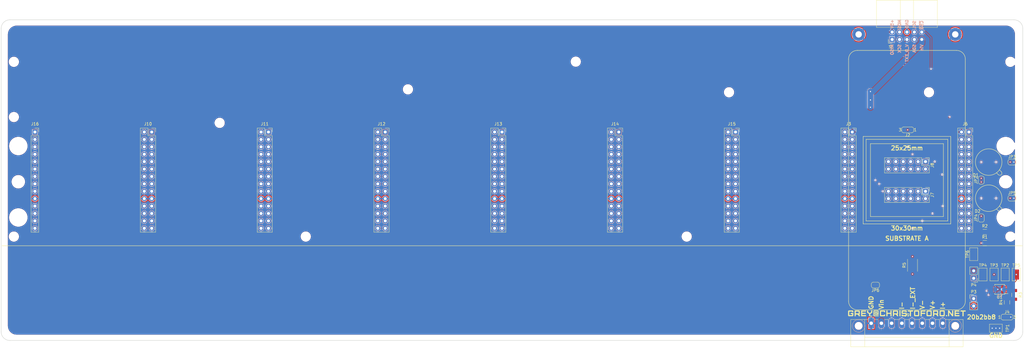
<source format=kicad_pcb>
(kicad_pcb (version 20171130) (host pcbnew "(5.0.0-rc1)")
  (layers (0 F.Cu mixed) (1 In1.Cu signal) (2 In2.Cu signal) (31 B.Cu mixed) (34 B.Paste user) (35 F.Paste user) (36 B.SilkS user) (37 F.SilkS user) (38 B.Mask user) (39 F.Mask user) (44 Edge.Cuts user))
  (net 0 "")
  (net 1 MISO)
  (net 2 +5V)
  (net 3 SCK)
  (net 4 MOSI)
  (net 5 GND)
  (net 6 SDA)
  (net 7 SCL)
  (net 8 +3V3)
  (net 9 /Vin)
  (net 10 "Net-(JP2-Pad1)")
  (net 11 "Net-(JP4-Pad1)")
  (net 12 "Net-(R3-Pad1)")
  (net 13 "Net-(R4-Pad2)")
  (net 14 "Net-(J4-Pad2)")
  (net 15 "Net-(TP2-Pad1)")
  (net 16 "Net-(D1-Pad2)")
  (net 17 "Net-(D1-Pad1)")
  (net 18 "Net-(D2-Pad1)")
  (net 19 "Net-(D2-Pad2)")
  (net 20 A_V_D_EXT)
  (net 21 ~A_CS)
  (net 22 A_V_D_LOC)
  (net 23 A_V_D)
  (net 24 "Net-(J3-Pad28)")
  (net 25 A_I-)
  (net 26 "Net-(J3-Pad26)")
  (net 27 A_V-)
  (net 28 "Net-(J3-Pad24)")
  (net 29 A_V+)
  (net 30 "Net-(J3-Pad22)")
  (net 31 A_I+)
  (net 32 "Net-(J3-Pad18)")
  (net 33 "Net-(J3-Pad16)")
  (net 34 "Net-(J3-Pad14)")
  (net 35 "Net-(J3-Pad12)")
  (net 36 "Net-(J3-Pad10)")
  (net 37 "Net-(J3-Pad8)")
  (net 38 "Net-(J3-Pad6)")
  (net 39 "Net-(J3-Pad4)")
  (net 40 "Net-(J3-Pad2)")
  (net 41 "Net-(J6-Pad1)")
  (net 42 "Net-(J6-Pad3)")
  (net 43 "Net-(J6-Pad5)")
  (net 44 "Net-(J6-Pad7)")
  (net 45 "Net-(J6-Pad9)")
  (net 46 "Net-(J6-Pad11)")
  (net 47 "Net-(J6-Pad13)")
  (net 48 "Net-(J6-Pad15)")
  (net 49 "Net-(J6-Pad17)")
  (net 50 "Net-(J6-Pad19)")
  (net 51 "Net-(J6-Pad21)")
  (net 52 "Net-(J6-Pad23)")
  (net 53 "Net-(J6-Pad25)")
  (net 54 "Net-(J6-Pad27)")
  (net 55 "Net-(J7-Pad12)")
  (net 56 "Net-(J7-Pad11)")
  (net 57 "Net-(J7-Pad10)")
  (net 58 "Net-(J7-Pad9)")
  (net 59 "Net-(J7-Pad8)")
  (net 60 "Net-(J7-Pad7)")
  (net 61 "Net-(J7-Pad6)")
  (net 62 "Net-(J7-Pad5)")
  (net 63 "Net-(J7-Pad4)")
  (net 64 "Net-(J7-Pad3)")
  (net 65 "Net-(J7-Pad2)")
  (net 66 "Net-(J7-Pad1)")
  (net 67 "Net-(J8-Pad1)")
  (net 68 "Net-(J8-Pad2)")
  (net 69 "Net-(J8-Pad3)")
  (net 70 "Net-(J8-Pad4)")
  (net 71 "Net-(J8-Pad5)")
  (net 72 "Net-(J8-Pad6)")
  (net 73 "Net-(J8-Pad7)")
  (net 74 "Net-(J8-Pad8)")
  (net 75 "Net-(J8-Pad9)")
  (net 76 "Net-(J8-Pad10)")
  (net 77 "Net-(J8-Pad11)")
  (net 78 "Net-(J8-Pad12)")
  (net 79 "Net-(J9-Pad3)")
  (net 80 A_I-_EXT)
  (net 81 "Net-(J10-Pad28)")
  (net 82 "Net-(J10-Pad27)")
  (net 83 "Net-(J10-Pad26)")
  (net 84 "Net-(J10-Pad25)")
  (net 85 "Net-(J10-Pad24)")
  (net 86 "Net-(J10-Pad23)")
  (net 87 "Net-(J10-Pad22)")
  (net 88 "Net-(J10-Pad21)")
  (net 89 "Net-(J10-Pad18)")
  (net 90 "Net-(J10-Pad17)")
  (net 91 "Net-(J10-Pad16)")
  (net 92 "Net-(J10-Pad15)")
  (net 93 "Net-(J10-Pad14)")
  (net 94 "Net-(J10-Pad13)")
  (net 95 "Net-(J10-Pad12)")
  (net 96 "Net-(J10-Pad11)")
  (net 97 "Net-(J10-Pad10)")
  (net 98 "Net-(J10-Pad9)")
  (net 99 "Net-(J10-Pad8)")
  (net 100 "Net-(J10-Pad7)")
  (net 101 "Net-(J10-Pad6)")
  (net 102 "Net-(J10-Pad5)")
  (net 103 "Net-(J10-Pad4)")
  (net 104 "Net-(J10-Pad3)")
  (net 105 "Net-(J10-Pad2)")
  (net 106 "Net-(J10-Pad1)")
  (net 107 "Net-(J11-Pad1)")
  (net 108 "Net-(J11-Pad2)")
  (net 109 "Net-(J11-Pad3)")
  (net 110 "Net-(J11-Pad4)")
  (net 111 "Net-(J11-Pad5)")
  (net 112 "Net-(J11-Pad6)")
  (net 113 "Net-(J11-Pad7)")
  (net 114 "Net-(J11-Pad8)")
  (net 115 "Net-(J11-Pad9)")
  (net 116 "Net-(J11-Pad10)")
  (net 117 "Net-(J11-Pad11)")
  (net 118 "Net-(J11-Pad12)")
  (net 119 "Net-(J11-Pad13)")
  (net 120 "Net-(J11-Pad14)")
  (net 121 "Net-(J11-Pad15)")
  (net 122 "Net-(J11-Pad16)")
  (net 123 "Net-(J11-Pad17)")
  (net 124 "Net-(J11-Pad18)")
  (net 125 "Net-(J11-Pad21)")
  (net 126 "Net-(J11-Pad22)")
  (net 127 "Net-(J11-Pad23)")
  (net 128 "Net-(J11-Pad24)")
  (net 129 "Net-(J11-Pad25)")
  (net 130 "Net-(J11-Pad26)")
  (net 131 "Net-(J11-Pad27)")
  (net 132 "Net-(J11-Pad28)")
  (net 133 "Net-(J12-Pad1)")
  (net 134 "Net-(J12-Pad2)")
  (net 135 "Net-(J12-Pad3)")
  (net 136 "Net-(J12-Pad4)")
  (net 137 "Net-(J12-Pad5)")
  (net 138 "Net-(J12-Pad6)")
  (net 139 "Net-(J12-Pad7)")
  (net 140 "Net-(J12-Pad8)")
  (net 141 "Net-(J12-Pad9)")
  (net 142 "Net-(J12-Pad10)")
  (net 143 "Net-(J12-Pad11)")
  (net 144 "Net-(J12-Pad12)")
  (net 145 "Net-(J12-Pad13)")
  (net 146 "Net-(J12-Pad14)")
  (net 147 "Net-(J12-Pad15)")
  (net 148 "Net-(J12-Pad16)")
  (net 149 "Net-(J12-Pad17)")
  (net 150 "Net-(J12-Pad18)")
  (net 151 "Net-(J12-Pad21)")
  (net 152 "Net-(J12-Pad22)")
  (net 153 "Net-(J12-Pad23)")
  (net 154 "Net-(J12-Pad24)")
  (net 155 "Net-(J12-Pad25)")
  (net 156 "Net-(J12-Pad26)")
  (net 157 "Net-(J12-Pad27)")
  (net 158 "Net-(J12-Pad28)")
  (net 159 "Net-(J13-Pad1)")
  (net 160 "Net-(J13-Pad2)")
  (net 161 "Net-(J13-Pad3)")
  (net 162 "Net-(J13-Pad4)")
  (net 163 "Net-(J13-Pad5)")
  (net 164 "Net-(J13-Pad6)")
  (net 165 "Net-(J13-Pad7)")
  (net 166 "Net-(J13-Pad8)")
  (net 167 "Net-(J13-Pad9)")
  (net 168 "Net-(J13-Pad10)")
  (net 169 "Net-(J13-Pad11)")
  (net 170 "Net-(J13-Pad12)")
  (net 171 "Net-(J13-Pad13)")
  (net 172 "Net-(J13-Pad14)")
  (net 173 "Net-(J13-Pad15)")
  (net 174 "Net-(J13-Pad16)")
  (net 175 "Net-(J13-Pad17)")
  (net 176 "Net-(J13-Pad18)")
  (net 177 "Net-(J13-Pad21)")
  (net 178 "Net-(J13-Pad22)")
  (net 179 "Net-(J13-Pad23)")
  (net 180 "Net-(J13-Pad24)")
  (net 181 "Net-(J13-Pad25)")
  (net 182 "Net-(J13-Pad26)")
  (net 183 "Net-(J13-Pad27)")
  (net 184 "Net-(J13-Pad28)")
  (net 185 "Net-(J14-Pad28)")
  (net 186 "Net-(J14-Pad27)")
  (net 187 "Net-(J14-Pad26)")
  (net 188 "Net-(J14-Pad25)")
  (net 189 "Net-(J14-Pad24)")
  (net 190 "Net-(J14-Pad23)")
  (net 191 "Net-(J14-Pad22)")
  (net 192 "Net-(J14-Pad21)")
  (net 193 "Net-(J14-Pad18)")
  (net 194 "Net-(J14-Pad17)")
  (net 195 "Net-(J14-Pad16)")
  (net 196 "Net-(J14-Pad15)")
  (net 197 "Net-(J14-Pad14)")
  (net 198 "Net-(J14-Pad13)")
  (net 199 "Net-(J14-Pad12)")
  (net 200 "Net-(J14-Pad11)")
  (net 201 "Net-(J14-Pad10)")
  (net 202 "Net-(J14-Pad9)")
  (net 203 "Net-(J14-Pad8)")
  (net 204 "Net-(J14-Pad7)")
  (net 205 "Net-(J14-Pad6)")
  (net 206 "Net-(J14-Pad5)")
  (net 207 "Net-(J14-Pad4)")
  (net 208 "Net-(J14-Pad3)")
  (net 209 "Net-(J14-Pad2)")
  (net 210 "Net-(J14-Pad1)")
  (net 211 "Net-(J15-Pad28)")
  (net 212 "Net-(J15-Pad27)")
  (net 213 "Net-(J15-Pad26)")
  (net 214 "Net-(J15-Pad25)")
  (net 215 "Net-(J15-Pad24)")
  (net 216 "Net-(J15-Pad23)")
  (net 217 "Net-(J15-Pad22)")
  (net 218 "Net-(J15-Pad21)")
  (net 219 "Net-(J15-Pad18)")
  (net 220 "Net-(J15-Pad17)")
  (net 221 "Net-(J15-Pad16)")
  (net 222 "Net-(J15-Pad15)")
  (net 223 "Net-(J15-Pad14)")
  (net 224 "Net-(J15-Pad13)")
  (net 225 "Net-(J15-Pad12)")
  (net 226 "Net-(J15-Pad11)")
  (net 227 "Net-(J15-Pad10)")
  (net 228 "Net-(J15-Pad9)")
  (net 229 "Net-(J15-Pad8)")
  (net 230 "Net-(J15-Pad7)")
  (net 231 "Net-(J15-Pad6)")
  (net 232 "Net-(J15-Pad5)")
  (net 233 "Net-(J15-Pad4)")
  (net 234 "Net-(J15-Pad3)")
  (net 235 "Net-(J15-Pad2)")
  (net 236 "Net-(J15-Pad1)")
  (net 237 "Net-(J16-Pad1)")
  (net 238 "Net-(J16-Pad2)")
  (net 239 "Net-(J16-Pad3)")
  (net 240 "Net-(J16-Pad4)")
  (net 241 "Net-(J16-Pad5)")
  (net 242 "Net-(J16-Pad6)")
  (net 243 "Net-(J16-Pad7)")
  (net 244 "Net-(J16-Pad8)")
  (net 245 "Net-(J16-Pad9)")
  (net 246 "Net-(J16-Pad11)")
  (net 247 "Net-(J16-Pad12)")
  (net 248 "Net-(J16-Pad13)")
  (net 249 "Net-(J16-Pad14)")
  (module myParts:BPW21 (layer F.Cu) (at 28 -6.2)
    (fp_text reference D1 (at -4.445 4.445) (layer F.SilkS))
    (fp_text value BPW21)
    (pad 2 thru_hole circle (at 2.54 0) (size 0.75 0.75) (drill 0.5) (layers *.Cu *.Mask) (net 16 "Net-(D1-Pad2)"))
    (pad 1 thru_hole circle (at -2.54 0) (size 0.75 0.75) (drill 0.5) (layers *.Cu *.Mask) (net 17 "Net-(D1-Pad1)"))
  )
  (module myParts:BPW21 (layer F.Cu) (at 28 6.2)
    (fp_text reference D2 (at -3.81 4.445) (layer F.SilkS))
    (fp_text value BPW21)
    (pad 2 thru_hole circle (at 2.54 0) (size 0.75 0.75) (drill 0.5) (layers *.Cu *.Mask) (net 19 "Net-(D2-Pad2)"))
    (pad 1 thru_hole circle (at -2.54 0) (size 0.75 0.75) (drill 0.5) (layers *.Cu *.Mask) (net 18 "Net-(D2-Pad1)"))
  )
  (module myParts:Test_Point_S1751-46R (layer F.Cu) (at 30.48 50.8 180)
    (fp_text reference TP1 (at -4 0 270) (layer F.SilkS))
    (fp_text value Test_Point)
    (pad 1 smd rect (at 0 0 180) (size 3.45 1.85) (layers F.Cu F.Mask) (net 5 GND))
  )
  (module myParts:Test_Point_S1751-46R (layer F.Cu) (at 33.655 32.385 90)
    (fp_text reference TP2 (at 3.175 0 180) (layer F.SilkS))
    (fp_text value Test_Point)
    (pad 1 smd rect (at 0 0 90) (size 3.45 1.85) (layers F.Cu F.Mask) (net 15 "Net-(TP2-Pad1)"))
  )
  (module myParts:Test_Point_S1751-46R (layer F.Cu) (at 29.845 32.385 90)
    (fp_text reference TP3 (at 3.175 0 180) (layer F.SilkS))
    (fp_text value Test_Point)
    (pad 1 smd rect (at 0 0 90) (size 3.45 1.85) (layers F.Cu F.Mask) (net 10 "Net-(JP2-Pad1)"))
  )
  (module myParts:Test_Point_S1751-46R (layer F.Cu) (at 26.035 32.385 90)
    (fp_text reference TP4 (at 3.175 0 180) (layer F.SilkS))
    (fp_text value Test_Point)
    (pad 1 smd rect (at 0 0 90) (size 3.45 1.85) (layers F.Cu F.Mask) (net 11 "Net-(JP4-Pad1)"))
  )
  (module myParts:Test_Point_S1751-46R (layer F.Cu) (at 37.465 32.385 90)
    (fp_text reference TP5 (at 3.175 0 180) (layer F.SilkS))
    (fp_text value Test_Point)
    (pad 1 smd rect (at 0 0 90) (size 3.45 1.85) (layers F.Cu F.Mask) (net 22 A_V_D_LOC))
  )
  (module myParts:Test_Point_S1751-46R (layer F.Cu) (at 22.86 25.4 90)
    (fp_text reference TP6 (at 0 -2.11 90) (layer F.SilkS))
    (fp_text value Test_Point)
    (pad 1 smd rect (at 0 0 90) (size 3.45 1.85) (layers F.Cu F.Mask) (net 25 A_I-))
  )
  (module myParts:logo (layer F.Cu) (at 0 45.72)
    (fp_text reference L1 hide)
    (fp_text value GREY@CHRISTOFORO.NET hide)
  )
  (module Capacitor_SMD:C_1206_3216Metric (layer B.Cu) (at 31.75 37.465)
    (fp_text reference C1 (at 0 2.05) (layer B.SilkS) (effects (justify mirror)))
    (fp_text value 1uF)
    (pad 1 smd rect (at -1.505 0) (size 1.07 1.8) (layers B.Cu B.Paste B.Mask) (net 2 +5V))
    (pad 2 smd rect (at 1.505 0) (size 1.07 1.8) (layers B.Cu B.Paste B.Mask) (net 5 GND))
  )
  (module Jumper:SolderJumper-3_P1.3mm_Open_RoundedPad1.0x1.5mm_NumberLabels (layer F.Cu) (at 0.25 -17.25 180)
    (fp_text reference J2 (at 0 -1.8 180) (layer F.SilkS))
    (fp_text value GS3)
    (fp_text user 3 (at 2.6 0 180) (layer F.SilkS))
    (fp_text user 1 (at -2.6 0 180) (layer F.SilkS))
    (pad 1 smd roundrect (at -1.3 0 180) (size 1 1.5) (layers F.Cu F.Mask) (roundrect_rratio 0.5) (net 22 A_V_D_LOC))
    (pad 1 smd rect (at -1 0 180) (size 0.5 1.5) (layers F.Cu F.Mask) (net 22 A_V_D_LOC))
    (pad 2 smd rect (at 0 0 180) (size 1 1.5) (layers F.Cu F.Mask) (net 23 A_V_D))
    (pad 3 smd roundrect (at 1.3 0 180) (size 1 1.5) (layers F.Cu F.Mask) (roundrect_rratio 0.5) (net 20 A_V_D_EXT))
    (pad 3 smd rect (at 1 0 180) (size 0.5 1.5) (layers F.Cu F.Mask) (net 20 A_V_D_EXT))
  )
  (module Connector_PinSocket_2.54mm:PinSocket_2x14_P2.54mm_Vertical (layer F.Cu) (at -18.73 -16.505)
    (fp_text reference J3 (at -1.27 -2.77) (layer F.SilkS))
    (fp_text value Conn_02x14_Counter_Clockwise)
    (pad 28 thru_hole oval (at -2.54 33.02) (size 1.7 1.7) (drill 1) (layers *.Cu *.Mask) (net 24 "Net-(J3-Pad28)"))
    (pad 27 thru_hole oval (at 0 33.02) (size 1.7 1.7) (drill 1) (layers *.Cu *.Mask) (net 25 A_I-))
    (pad 26 thru_hole oval (at -2.54 30.48) (size 1.7 1.7) (drill 1) (layers *.Cu *.Mask) (net 26 "Net-(J3-Pad26)"))
    (pad 25 thru_hole oval (at 0 30.48) (size 1.7 1.7) (drill 1) (layers *.Cu *.Mask) (net 27 A_V-))
    (pad 24 thru_hole oval (at -2.54 27.94) (size 1.7 1.7) (drill 1) (layers *.Cu *.Mask) (net 28 "Net-(J3-Pad24)"))
    (pad 23 thru_hole oval (at 0 27.94) (size 1.7 1.7) (drill 1) (layers *.Cu *.Mask) (net 29 A_V+))
    (pad 22 thru_hole oval (at -2.54 25.4) (size 1.7 1.7) (drill 1) (layers *.Cu *.Mask) (net 30 "Net-(J3-Pad22)"))
    (pad 21 thru_hole oval (at 0 25.4) (size 1.7 1.7) (drill 1) (layers *.Cu *.Mask) (net 31 A_I+))
    (pad 20 thru_hole oval (at -2.54 22.86) (size 1.7 1.7) (drill 1) (layers *.Cu *.Mask) (net 5 GND))
    (pad 19 thru_hole oval (at 0 22.86) (size 1.7 1.7) (drill 1) (layers *.Cu *.Mask) (net 5 GND))
    (pad 18 thru_hole oval (at -2.54 20.32) (size 1.7 1.7) (drill 1) (layers *.Cu *.Mask) (net 32 "Net-(J3-Pad18)"))
    (pad 17 thru_hole oval (at 0 20.32) (size 1.7 1.7) (drill 1) (layers *.Cu *.Mask) (net 3 SCK))
    (pad 16 thru_hole oval (at -2.54 17.78) (size 1.7 1.7) (drill 1) (layers *.Cu *.Mask) (net 33 "Net-(J3-Pad16)"))
    (pad 15 thru_hole oval (at 0 17.78) (size 1.7 1.7) (drill 1) (layers *.Cu *.Mask) (net 4 MOSI))
    (pad 14 thru_hole oval (at -2.54 15.24) (size 1.7 1.7) (drill 1) (layers *.Cu *.Mask) (net 34 "Net-(J3-Pad14)"))
    (pad 13 thru_hole oval (at 0 15.24) (size 1.7 1.7) (drill 1) (layers *.Cu *.Mask) (net 1 MISO))
    (pad 12 thru_hole oval (at -2.54 12.7) (size 1.7 1.7) (drill 1) (layers *.Cu *.Mask) (net 35 "Net-(J3-Pad12)"))
    (pad 11 thru_hole oval (at 0 12.7) (size 1.7 1.7) (drill 1) (layers *.Cu *.Mask) (net 21 ~A_CS))
    (pad 10 thru_hole oval (at -2.54 10.16) (size 1.7 1.7) (drill 1) (layers *.Cu *.Mask) (net 36 "Net-(J3-Pad10)"))
    (pad 9 thru_hole oval (at 0 10.16) (size 1.7 1.7) (drill 1) (layers *.Cu *.Mask) (net 7 SCL))
    (pad 8 thru_hole oval (at -2.54 7.62) (size 1.7 1.7) (drill 1) (layers *.Cu *.Mask) (net 37 "Net-(J3-Pad8)"))
    (pad 7 thru_hole oval (at 0 7.62) (size 1.7 1.7) (drill 1) (layers *.Cu *.Mask) (net 6 SDA))
    (pad 6 thru_hole oval (at -2.54 5.08) (size 1.7 1.7) (drill 1) (layers *.Cu *.Mask) (net 38 "Net-(J3-Pad6)"))
    (pad 5 thru_hole oval (at 0 5.08) (size 1.7 1.7) (drill 1) (layers *.Cu *.Mask) (net 23 A_V_D))
    (pad 4 thru_hole oval (at -2.54 2.54) (size 1.7 1.7) (drill 1) (layers *.Cu *.Mask) (net 39 "Net-(J3-Pad4)"))
    (pad 3 thru_hole oval (at 0 2.54) (size 1.7 1.7) (drill 1) (layers *.Cu *.Mask) (net 8 +3V3))
    (pad 2 thru_hole oval (at -2.54 0) (size 1.7 1.7) (drill 1) (layers *.Cu *.Mask) (net 40 "Net-(J3-Pad2)"))
    (pad 1 thru_hole rect (at 0 0) (size 1.7 1.7) (drill 1) (layers *.Cu *.Mask) (net 2 +5V))
  )
  (module Jumper:SolderJumper-3_P1.3mm_Open_RoundedPad1.0x1.5mm_NumberLabels (layer F.Cu) (at 34.29 46.99)
    (fp_text reference J4 (at 0 -1.8) (layer F.SilkS))
    (fp_text value GS3)
    (fp_text user 1 (at -2.6 0) (layer F.SilkS))
    (fp_text user 3 (at 2.6 0) (layer F.SilkS))
    (pad 3 smd rect (at 1 0) (size 0.5 1.5) (layers F.Cu F.Mask) (net 5 GND))
    (pad 3 smd roundrect (at 1.3 0) (size 1 1.5) (layers F.Cu F.Mask) (roundrect_rratio 0.5) (net 5 GND))
    (pad 2 smd rect (at 0 0) (size 1 1.5) (layers F.Cu F.Mask) (net 14 "Net-(J4-Pad2)"))
    (pad 1 smd rect (at -1 0) (size 0.5 1.5) (layers F.Cu F.Mask) (net 2 +5V))
    (pad 1 smd roundrect (at -1.3 0) (size 1 1.5) (layers F.Cu F.Mask) (roundrect_rratio 0.5) (net 2 +5V))
  )
  (module Connector_PinSocket_2.54mm:PinSocket_2x14_P2.54mm_Vertical (layer F.Cu) (at 21.23 -16.505)
    (fp_text reference J6 (at -1.27 -2.77) (layer F.SilkS))
    (fp_text value Conn_02x14_Counter_Clockwise)
    (pad 1 thru_hole rect (at 0 0) (size 1.7 1.7) (drill 1) (layers *.Cu *.Mask) (net 41 "Net-(J6-Pad1)"))
    (pad 2 thru_hole oval (at -2.54 0) (size 1.7 1.7) (drill 1) (layers *.Cu *.Mask) (net 2 +5V))
    (pad 3 thru_hole oval (at 0 2.54) (size 1.7 1.7) (drill 1) (layers *.Cu *.Mask) (net 42 "Net-(J6-Pad3)"))
    (pad 4 thru_hole oval (at -2.54 2.54) (size 1.7 1.7) (drill 1) (layers *.Cu *.Mask) (net 8 +3V3))
    (pad 5 thru_hole oval (at 0 5.08) (size 1.7 1.7) (drill 1) (layers *.Cu *.Mask) (net 43 "Net-(J6-Pad5)"))
    (pad 6 thru_hole oval (at -2.54 5.08) (size 1.7 1.7) (drill 1) (layers *.Cu *.Mask) (net 23 A_V_D))
    (pad 7 thru_hole oval (at 0 7.62) (size 1.7 1.7) (drill 1) (layers *.Cu *.Mask) (net 44 "Net-(J6-Pad7)"))
    (pad 8 thru_hole oval (at -2.54 7.62) (size 1.7 1.7) (drill 1) (layers *.Cu *.Mask) (net 6 SDA))
    (pad 9 thru_hole oval (at 0 10.16) (size 1.7 1.7) (drill 1) (layers *.Cu *.Mask) (net 45 "Net-(J6-Pad9)"))
    (pad 10 thru_hole oval (at -2.54 10.16) (size 1.7 1.7) (drill 1) (layers *.Cu *.Mask) (net 7 SCL))
    (pad 11 thru_hole oval (at 0 12.7) (size 1.7 1.7) (drill 1) (layers *.Cu *.Mask) (net 46 "Net-(J6-Pad11)"))
    (pad 12 thru_hole oval (at -2.54 12.7) (size 1.7 1.7) (drill 1) (layers *.Cu *.Mask) (net 21 ~A_CS))
    (pad 13 thru_hole oval (at 0 15.24) (size 1.7 1.7) (drill 1) (layers *.Cu *.Mask) (net 47 "Net-(J6-Pad13)"))
    (pad 14 thru_hole oval (at -2.54 15.24) (size 1.7 1.7) (drill 1) (layers *.Cu *.Mask) (net 1 MISO))
    (pad 15 thru_hole oval (at 0 17.78) (size 1.7 1.7) (drill 1) (layers *.Cu *.Mask) (net 48 "Net-(J6-Pad15)"))
    (pad 16 thru_hole oval (at -2.54 17.78) (size 1.7 1.7) (drill 1) (layers *.Cu *.Mask) (net 4 MOSI))
    (pad 17 thru_hole oval (at 0 20.32) (size 1.7 1.7) (drill 1) (layers *.Cu *.Mask) (net 49 "Net-(J6-Pad17)"))
    (pad 18 thru_hole oval (at -2.54 20.32) (size 1.7 1.7) (drill 1) (layers *.Cu *.Mask) (net 3 SCK))
    (pad 19 thru_hole oval (at 0 22.86) (size 1.7 1.7) (drill 1) (layers *.Cu *.Mask) (net 50 "Net-(J6-Pad19)"))
    (pad 20 thru_hole oval (at -2.54 22.86) (size 1.7 1.7) (drill 1) (layers *.Cu *.Mask) (net 5 GND))
    (pad 21 thru_hole oval (at 0 25.4) (size 1.7 1.7) (drill 1) (layers *.Cu *.Mask) (net 51 "Net-(J6-Pad21)"))
    (pad 22 thru_hole oval (at -2.54 25.4) (size 1.7 1.7) (drill 1) (layers *.Cu *.Mask) (net 31 A_I+))
    (pad 23 thru_hole oval (at 0 27.94) (size 1.7 1.7) (drill 1) (layers *.Cu *.Mask) (net 52 "Net-(J6-Pad23)"))
    (pad 24 thru_hole oval (at -2.54 27.94) (size 1.7 1.7) (drill 1) (layers *.Cu *.Mask) (net 29 A_V+))
    (pad 25 thru_hole oval (at 0 30.48) (size 1.7 1.7) (drill 1) (layers *.Cu *.Mask) (net 53 "Net-(J6-Pad25)"))
    (pad 26 thru_hole oval (at -2.54 30.48) (size 1.7 1.7) (drill 1) (layers *.Cu *.Mask) (net 27 A_V-))
    (pad 27 thru_hole oval (at 0 33.02) (size 1.7 1.7) (drill 1) (layers *.Cu *.Mask) (net 54 "Net-(J6-Pad27)"))
    (pad 28 thru_hole oval (at -2.54 33.02) (size 1.7 1.7) (drill 1) (layers *.Cu *.Mask) (net 25 A_I-))
  )
  (module Connector_PinHeader_2.54mm:PinHeader_2x06_P2.54mm_Vertical (layer F.Cu) (at 6.35 3.81 270)
    (fp_text reference J7 (at 1.27 -2.33 270) (layer F.SilkS))
    (fp_text value Conn_02x06_Counter_Clockwise)
    (pad 12 thru_hole oval (at 2.54 12.7 270) (size 1.7 1.7) (drill 1) (layers *.Cu *.Mask) (net 55 "Net-(J7-Pad12)"))
    (pad 11 thru_hole oval (at 0 12.7 270) (size 1.7 1.7) (drill 1) (layers *.Cu *.Mask) (net 56 "Net-(J7-Pad11)"))
    (pad 10 thru_hole oval (at 2.54 10.16 270) (size 1.7 1.7) (drill 1) (layers *.Cu *.Mask) (net 57 "Net-(J7-Pad10)"))
    (pad 9 thru_hole oval (at 0 10.16 270) (size 1.7 1.7) (drill 1) (layers *.Cu *.Mask) (net 58 "Net-(J7-Pad9)"))
    (pad 8 thru_hole oval (at 2.54 7.62 270) (size 1.7 1.7) (drill 1) (layers *.Cu *.Mask) (net 59 "Net-(J7-Pad8)"))
    (pad 7 thru_hole oval (at 0 7.62 270) (size 1.7 1.7) (drill 1) (layers *.Cu *.Mask) (net 60 "Net-(J7-Pad7)"))
    (pad 6 thru_hole oval (at 2.54 5.08 270) (size 1.7 1.7) (drill 1) (layers *.Cu *.Mask) (net 61 "Net-(J7-Pad6)"))
    (pad 5 thru_hole oval (at 0 5.08 270) (size 1.7 1.7) (drill 1) (layers *.Cu *.Mask) (net 62 "Net-(J7-Pad5)"))
    (pad 4 thru_hole oval (at 2.54 2.54 270) (size 1.7 1.7) (drill 1) (layers *.Cu *.Mask) (net 63 "Net-(J7-Pad4)"))
    (pad 3 thru_hole oval (at 0 2.54 270) (size 1.7 1.7) (drill 1) (layers *.Cu *.Mask) (net 64 "Net-(J7-Pad3)"))
    (pad 2 thru_hole oval (at 2.54 0 270) (size 1.7 1.7) (drill 1) (layers *.Cu *.Mask) (net 65 "Net-(J7-Pad2)"))
    (pad 1 thru_hole rect (at 0 0 270) (size 1.7 1.7) (drill 1) (layers *.Cu *.Mask) (net 66 "Net-(J7-Pad1)"))
  )
  (module Connector_PinHeader_2.54mm:PinHeader_2x06_P2.54mm_Vertical (layer F.Cu) (at 6.35 -6.35 270)
    (fp_text reference J8 (at 1.27 -2.33 270) (layer F.SilkS))
    (fp_text value Conn_02x06_Counter_Clockwise)
    (pad 1 thru_hole rect (at 0 0 270) (size 1.7 1.7) (drill 1) (layers *.Cu *.Mask) (net 67 "Net-(J8-Pad1)"))
    (pad 2 thru_hole oval (at 2.54 0 270) (size 1.7 1.7) (drill 1) (layers *.Cu *.Mask) (net 68 "Net-(J8-Pad2)"))
    (pad 3 thru_hole oval (at 0 2.54 270) (size 1.7 1.7) (drill 1) (layers *.Cu *.Mask) (net 69 "Net-(J8-Pad3)"))
    (pad 4 thru_hole oval (at 2.54 2.54 270) (size 1.7 1.7) (drill 1) (layers *.Cu *.Mask) (net 70 "Net-(J8-Pad4)"))
    (pad 5 thru_hole oval (at 0 5.08 270) (size 1.7 1.7) (drill 1) (layers *.Cu *.Mask) (net 71 "Net-(J8-Pad5)"))
    (pad 6 thru_hole oval (at 2.54 5.08 270) (size 1.7 1.7) (drill 1) (layers *.Cu *.Mask) (net 72 "Net-(J8-Pad6)"))
    (pad 7 thru_hole oval (at 0 7.62 270) (size 1.7 1.7) (drill 1) (layers *.Cu *.Mask) (net 73 "Net-(J8-Pad7)"))
    (pad 8 thru_hole oval (at 2.54 7.62 270) (size 1.7 1.7) (drill 1) (layers *.Cu *.Mask) (net 74 "Net-(J8-Pad8)"))
    (pad 9 thru_hole oval (at 0 10.16 270) (size 1.7 1.7) (drill 1) (layers *.Cu *.Mask) (net 75 "Net-(J8-Pad9)"))
    (pad 10 thru_hole oval (at 2.54 10.16 270) (size 1.7 1.7) (drill 1) (layers *.Cu *.Mask) (net 76 "Net-(J8-Pad10)"))
    (pad 11 thru_hole oval (at 0 12.7 270) (size 1.7 1.7) (drill 1) (layers *.Cu *.Mask) (net 77 "Net-(J8-Pad11)"))
    (pad 12 thru_hole oval (at 2.54 12.7 270) (size 1.7 1.7) (drill 1) (layers *.Cu *.Mask) (net 78 "Net-(J8-Pad12)"))
  )
  (module Connector_Phoenix_MC:PhoenixContact_MC_1,5_8-GF-3.5_1x08_P3.50mm_Horizontal_ThreadedFlange_MountHole (layer F.Cu) (at -12.25 49.1)
    (fp_text reference J9 (at 12.25 -2.8) (layer F.SilkS))
    (fp_text value Screw_Terminal_01x08)
    (pad 1 thru_hole rect (at 0 0) (size 1.8 3.6) (drill 1.2) (layers *.Cu *.Mask) (net 5 GND))
    (pad 2 thru_hole oval (at 3.5 0) (size 1.8 3.6) (drill 1.2) (layers *.Cu *.Mask) (net 9 /Vin))
    (pad 3 thru_hole oval (at 7 0) (size 1.8 3.6) (drill 1.2) (layers *.Cu *.Mask) (net 79 "Net-(J9-Pad3)"))
    (pad 4 thru_hole oval (at 10.5 0) (size 1.8 3.6) (drill 1.2) (layers *.Cu *.Mask) (net 25 A_I-))
    (pad 5 thru_hole oval (at 14 0) (size 1.8 3.6) (drill 1.2) (layers *.Cu *.Mask) (net 80 A_I-_EXT))
    (pad 6 thru_hole oval (at 17.5 0) (size 1.8 3.6) (drill 1.2) (layers *.Cu *.Mask) (net 27 A_V-))
    (pad 7 thru_hole oval (at 21 0) (size 1.8 3.6) (drill 1.2) (layers *.Cu *.Mask) (net 29 A_V+))
    (pad 8 thru_hole oval (at 24.5 0) (size 1.8 3.6) (drill 1.2) (layers *.Cu *.Mask) (net 31 A_I+))
    (pad "" np_thru_hole circle (at -4.3 0.9) (size 2.4 2.4) (drill 2.4) (layers *.Cu *.Mask))
    (pad "" np_thru_hole circle (at 28.8 0.9) (size 2.4 2.4) (drill 2.4) (layers *.Cu *.Mask))
  )
  (module Jumper:SolderJumper-2_P1.3mm_Open_RoundedPad1.0x1.5mm (layer F.Cu) (at 25.46 0 90)
    (fp_text reference JP2 (at 0 -1.8 90) (layer F.SilkS))
    (fp_text value Jumper_NO_Small)
    (pad 2 smd rect (at 0.4 0 90) (size 0.5 1.5) (layers F.Cu F.Mask) (net 17 "Net-(D1-Pad1)"))
    (pad 1 smd rect (at -0.4 0 90) (size 0.5 1.5) (layers F.Cu F.Mask) (net 10 "Net-(JP2-Pad1)"))
    (pad 1 smd roundrect (at -0.65 0 90) (size 1 1.5) (layers F.Cu F.Mask) (roundrect_rratio 0.5) (net 10 "Net-(JP2-Pad1)"))
    (pad 2 smd roundrect (at 0.65 0 90) (size 1 1.5) (layers F.Cu F.Mask) (roundrect_rratio 0.5) (net 17 "Net-(D1-Pad1)"))
  )
  (module Jumper:SolderJumper-2_P1.3mm_Open_RoundedPad1.0x1.5mm (layer F.Cu) (at 36 -6.2)
    (fp_text reference JP3 (at 0 -1.8) (layer F.SilkS))
    (fp_text value Jumper_NO_Small)
    (pad 2 smd roundrect (at 0.65 0) (size 1 1.5) (layers F.Cu F.Mask) (roundrect_rratio 0.5) (net 5 GND))
    (pad 1 smd roundrect (at -0.65 0) (size 1 1.5) (layers F.Cu F.Mask) (roundrect_rratio 0.5) (net 16 "Net-(D1-Pad2)"))
    (pad 1 smd rect (at -0.4 0) (size 0.5 1.5) (layers F.Cu F.Mask) (net 16 "Net-(D1-Pad2)"))
    (pad 2 smd rect (at 0.4 0) (size 0.5 1.5) (layers F.Cu F.Mask) (net 5 GND))
  )
  (module Jumper:SolderJumper-2_P1.3mm_Open_RoundedPad1.0x1.5mm (layer F.Cu) (at 25.46 13 90)
    (fp_text reference JP4 (at 0 -1.8 90) (layer F.SilkS))
    (fp_text value Jumper_NO_Small)
    (pad 2 smd rect (at 0.4 0 90) (size 0.5 1.5) (layers F.Cu F.Mask) (net 18 "Net-(D2-Pad1)"))
    (pad 1 smd rect (at -0.4 0 90) (size 0.5 1.5) (layers F.Cu F.Mask) (net 11 "Net-(JP4-Pad1)"))
    (pad 1 smd roundrect (at -0.65 0 90) (size 1 1.5) (layers F.Cu F.Mask) (roundrect_rratio 0.5) (net 11 "Net-(JP4-Pad1)"))
    (pad 2 smd roundrect (at 0.65 0 90) (size 1 1.5) (layers F.Cu F.Mask) (roundrect_rratio 0.5) (net 18 "Net-(D2-Pad1)"))
  )
  (module Jumper:SolderJumper-2_P1.3mm_Open_RoundedPad1.0x1.5mm (layer F.Cu) (at 36 6.2)
    (fp_text reference JP5 (at 0 -1.8) (layer F.SilkS))
    (fp_text value Jumper_NO_Small)
    (pad 2 smd roundrect (at 0.65 0) (size 1 1.5) (layers F.Cu F.Mask) (roundrect_rratio 0.5) (net 5 GND))
    (pad 1 smd roundrect (at -0.65 0) (size 1 1.5) (layers F.Cu F.Mask) (roundrect_rratio 0.5) (net 19 "Net-(D2-Pad2)"))
    (pad 1 smd rect (at -0.4 0) (size 0.5 1.5) (layers F.Cu F.Mask) (net 19 "Net-(D2-Pad2)"))
    (pad 2 smd rect (at 0.4 0) (size 0.5 1.5) (layers F.Cu F.Mask) (net 5 GND))
  )
  (module Jumper:SolderJumper-2_P1.3mm_Open_RoundedPad1.0x1.5mm (layer F.Cu) (at -10.795 36 180)
    (fp_text reference JP6 (at 0 -1.8 180) (layer F.SilkS))
    (fp_text value Jumper_NO_Small)
    (pad 2 smd roundrect (at 0.65 0 180) (size 1 1.5) (layers F.Cu F.Mask) (roundrect_rratio 0.5) (net 9 /Vin))
    (pad 1 smd roundrect (at -0.65 0 180) (size 1 1.5) (layers F.Cu F.Mask) (roundrect_rratio 0.5) (net 2 +5V))
    (pad 1 smd rect (at -0.4 0 180) (size 0.5 1.5) (layers F.Cu F.Mask) (net 2 +5V))
    (pad 2 smd rect (at 0.4 0 180) (size 0.5 1.5) (layers F.Cu F.Mask) (net 9 /Vin))
  )
  (module MountingHole:MountingHole_2.2mm_M2_Pad (layer F.Cu) (at 16.55 -50)
    (fp_text reference MK1 hide)
    (fp_text value Mounting_Hole_PAD)
    (pad 1 thru_hole circle (at 0 0) (size 4.4 4.4) (drill 2.2) (layers *.Cu *.Mask) (net 5 GND))
  )
  (module MountingHole:MountingHole_2.2mm_M2_Pad (layer F.Cu) (at -16.55 -50)
    (fp_text reference MK2 hide)
    (fp_text value Mounting_Hole_PAD)
    (pad 1 thru_hole circle (at 0 0) (size 4.4 4.4) (drill 2.2) (layers *.Cu *.Mask) (net 5 GND))
  )
  (module MountingHole:MountingHole_6mm (layer F.Cu) (at 33.825 -11.695)
    (fp_text reference MK3 hide)
    (fp_text value Mounting_Hole)
    (pad 1 np_thru_hole circle (at 0 0) (size 6 6) (drill 6) (layers *.Cu *.Mask))
  )
  (module MountingHole:MountingHole_6mm (layer F.Cu) (at 33.825 12.805)
    (fp_text reference MK4 hide)
    (fp_text value Mounting_Hole)
    (pad 1 np_thru_hole circle (at 0 0) (size 6 6) (drill 6) (layers *.Cu *.Mask))
  )
  (module MountingHole:MountingHole_3.2mm_M3 (layer F.Cu) (at 35.427 -40.593)
    (fp_text reference MK5 hide)
    (fp_text value Mounting_Hole)
    (pad 1 np_thru_hole circle (at 0 0) (size 3.2 3.2) (drill 3.2) (layers *.Cu *.Mask))
  )
  (module MountingHole:MountingHole_4.3mm_M4 (layer F.Cu) (at 33.825 0.555)
    (fp_text reference MK6 hide)
    (fp_text value Mounting_Hole)
    (pad 1 np_thru_hole circle (at 0 0) (size 4.3 4.3) (drill 4.3) (layers *.Cu *.Mask))
  )
  (module MountingHole:MountingHole_3.2mm_M3 (layer F.Cu) (at 7.551 -30.149)
    (fp_text reference MK7 hide)
    (fp_text value Mounting_Hole)
    (pad 1 np_thru_hole circle (at 0 0) (size 3.2 3.2) (drill 3.2) (layers *.Cu *.Mask))
  )
  (module MountingHole:MountingHole_3.2mm_M3 (layer F.Cu) (at 35.427 19.351)
    (fp_text reference MK8 hide)
    (fp_text value Mounting_Hole)
    (pad 1 np_thru_hole circle (at 0 0) (size 3.2 3.2) (drill 3.2) (layers *.Cu *.Mask))
  )
  (module Connector_PinHeader_2.54mm:PinHeader_1x02_P2.54mm_Vertical (layer F.Cu) (at 22.86 40.64)
    (fp_text reference P3 (at 0 -2.33) (layer F.SilkS))
    (fp_text value CONN_01X02)
    (pad 2 thru_hole oval (at 0 2.54) (size 1.7 1.7) (drill 1) (layers *.Cu *.Mask) (net 5 GND))
    (pad 1 thru_hole rect (at 0 0) (size 1.7 1.7) (drill 1) (layers *.Cu *.Mask) (net 80 A_I-_EXT))
  )
  (module Connector_PinHeader_2.54mm:PinHeader_1x02_P2.54mm_Vertical (layer F.Cu) (at 22.86 33.655 180)
    (fp_text reference P4 (at 0 -2.33 180) (layer F.SilkS))
    (fp_text value CONN_01X02)
    (pad 1 thru_hole rect (at 0 0 180) (size 1.7 1.7) (drill 1) (layers *.Cu *.Mask) (net 80 A_I-_EXT))
    (pad 2 thru_hole oval (at 0 2.54 180) (size 1.7 1.7) (drill 1) (layers *.Cu *.Mask) (net 25 A_I-))
  )
  (module Resistor_SMD:R_1206_3216Metric (layer F.Cu) (at 26.67 21.59)
    (fp_text reference R1 (at 0 -2.05) (layer F.SilkS))
    (fp_text value 1.2K)
    (pad 1 smd rect (at -1.505 0) (size 1.07 1.8) (layers F.Cu F.Paste F.Mask) (net 10 "Net-(JP2-Pad1)"))
    (pad 2 smd rect (at 1.505 0) (size 1.07 1.8) (layers F.Cu F.Paste F.Mask) (net 2 +5V))
  )
  (module Resistor_SMD:R_1206_3216Metric (layer F.Cu) (at 26.67 17.78)
    (fp_text reference R2 (at 0 -2.05) (layer F.SilkS))
    (fp_text value 1.2K)
    (pad 2 smd rect (at 1.505 0) (size 1.07 1.8) (layers F.Cu F.Paste F.Mask) (net 2 +5V))
    (pad 1 smd rect (at -1.505 0) (size 1.07 1.8) (layers F.Cu F.Paste F.Mask) (net 11 "Net-(JP4-Pad1)"))
  )
  (module Resistor_SMD:R_1206_3216Metric (layer F.Cu) (at 36.83 39.37 270)
    (fp_text reference R3 (at 0 -2.05 270) (layer F.SilkS))
    (fp_text value 10K)
    (pad 2 smd rect (at 1.505 0 270) (size 1.07 1.8) (layers F.Cu F.Paste F.Mask) (net 2 +5V))
    (pad 1 smd rect (at -1.505 0 270) (size 1.07 1.8) (layers F.Cu F.Paste F.Mask) (net 12 "Net-(R3-Pad1)"))
  )
  (module Resistor_SMD:R_1206_3216Metric (layer F.Cu) (at 34.29 41.91 90)
    (fp_text reference R4 (at 0 -2.05 90) (layer F.SilkS))
    (fp_text value 10K)
    (pad 1 smd rect (at -1.505 0 90) (size 1.07 1.8) (layers F.Cu F.Paste F.Mask) (net 14 "Net-(J4-Pad2)"))
    (pad 2 smd rect (at 1.505 0 90) (size 1.07 1.8) (layers F.Cu F.Paste F.Mask) (net 13 "Net-(R4-Pad2)"))
  )
  (module Resistor_SMD:R_2512_6332Metric (layer F.Cu) (at 1.905 29.21 90)
    (fp_text reference R5 (at 0 -2.85 90) (layer F.SilkS))
    (fp_text value 1)
    (pad 1 smd rect (at -3.005 0 90) (size 1.17 3.4) (layers F.Cu F.Paste F.Mask) (net 80 A_I-_EXT))
    (pad 2 smd rect (at 3.005 0 90) (size 1.17 3.4) (layers F.Cu F.Paste F.Mask) (net 25 A_I-))
  )
  (module Package_SO:MSOP-10_3x3mm_P0.5mm (layer F.Cu) (at 31.75 37.465 180)
    (fp_text reference U1 (at 0 -2.6 180) (layer F.SilkS))
    (fp_text value ADS1115)
    (pad 1 smd rect (at -2.2 -1 180) (size 1.4 0.3) (layers F.Cu F.Paste F.Mask) (net 13 "Net-(R4-Pad2)"))
    (pad 2 smd rect (at -2.2 -0.5 180) (size 1.4 0.3) (layers F.Cu F.Paste F.Mask) (net 12 "Net-(R3-Pad1)"))
    (pad 3 smd rect (at -2.2 0 180) (size 1.4 0.3) (layers F.Cu F.Paste F.Mask) (net 5 GND))
    (pad 4 smd rect (at -2.2 0.5 180) (size 1.4 0.3) (layers F.Cu F.Paste F.Mask) (net 22 A_V_D_LOC))
    (pad 5 smd rect (at -2.2 1 180) (size 1.4 0.3) (layers F.Cu F.Paste F.Mask) (net 15 "Net-(TP2-Pad1)"))
    (pad 6 smd rect (at 2.2 1 180) (size 1.4 0.3) (layers F.Cu F.Paste F.Mask) (net 10 "Net-(JP2-Pad1)"))
    (pad 7 smd rect (at 2.2 0.5 180) (size 1.4 0.3) (layers F.Cu F.Paste F.Mask) (net 11 "Net-(JP4-Pad1)"))
    (pad 8 smd rect (at 2.2 0 180) (size 1.4 0.3) (layers F.Cu F.Paste F.Mask) (net 2 +5V))
    (pad 9 smd rect (at 2.2 -0.5 180) (size 1.4 0.3) (layers F.Cu F.Paste F.Mask) (net 6 SDA))
    (pad 10 smd rect (at 2.2 -1 180) (size 1.4 0.3) (layers F.Cu F.Paste F.Mask) (net 7 SCL))
  )
  (module Connector_IDC:IDC-Header_2x05_P2.54mm_Horizontal (layer F.Cu) (at -5.08 -48.26 90)
    (fp_text reference J1 (at -2.54 -0.508 90) (layer F.SilkS))
    (fp_text value Conn_02x05_Odd_Even)
    (pad 1 thru_hole rect (at 0 0 90) (size 1.7272 1.7272) (drill 1.016) (layers *.Cu *.Mask) (net 1 MISO))
    (pad 2 thru_hole oval (at 2.54 0 90) (size 1.7272 1.7272) (drill 1.016) (layers *.Cu *.Mask) (net 2 +5V))
    (pad 3 thru_hole oval (at 0 2.54 90) (size 1.7272 1.7272) (drill 1.016) (layers *.Cu *.Mask) (net 3 SCK))
    (pad 4 thru_hole oval (at 2.54 2.54 90) (size 1.7272 1.7272) (drill 1.016) (layers *.Cu *.Mask) (net 4 MOSI))
    (pad 5 thru_hole oval (at 0 5.08 90) (size 1.7272 1.7272) (drill 1.016) (layers *.Cu *.Mask) (net 20 A_V_D_EXT))
    (pad 6 thru_hole oval (at 2.54 5.08 90) (size 1.7272 1.7272) (drill 1.016) (layers *.Cu *.Mask) (net 5 GND))
    (pad 7 thru_hole oval (at 0 7.62 90) (size 1.7272 1.7272) (drill 1.016) (layers *.Cu *.Mask) (net 6 SDA))
    (pad 8 thru_hole oval (at 2.54 7.62 90) (size 1.7272 1.7272) (drill 1.016) (layers *.Cu *.Mask) (net 7 SCL))
    (pad 9 thru_hole oval (at 0 10.16 90) (size 1.7272 1.7272) (drill 1.016) (layers *.Cu *.Mask) (net 9 /Vin))
    (pad 10 thru_hole oval (at 2.54 10.16 90) (size 1.7272 1.7272) (drill 1.016) (layers *.Cu *.Mask) (net 21 ~A_CS))
  )
  (module Connector_PinSocket_2.54mm:PinSocket_2x14_P2.54mm_Vertical (layer F.Cu) (at -258.73 -16.505)
    (fp_text reference J10 (at -1.27 -2.77) (layer F.SilkS))
    (fp_text value Conn_02x14_Counter_Clockwise)
    (pad 28 thru_hole oval (at -2.54 33.02) (size 1.7 1.7) (drill 1) (layers *.Cu *.Mask) (net 81 "Net-(J10-Pad28)"))
    (pad 27 thru_hole oval (at 0 33.02) (size 1.7 1.7) (drill 1) (layers *.Cu *.Mask) (net 82 "Net-(J10-Pad27)"))
    (pad 26 thru_hole oval (at -2.54 30.48) (size 1.7 1.7) (drill 1) (layers *.Cu *.Mask) (net 83 "Net-(J10-Pad26)"))
    (pad 25 thru_hole oval (at 0 30.48) (size 1.7 1.7) (drill 1) (layers *.Cu *.Mask) (net 84 "Net-(J10-Pad25)"))
    (pad 24 thru_hole oval (at -2.54 27.94) (size 1.7 1.7) (drill 1) (layers *.Cu *.Mask) (net 85 "Net-(J10-Pad24)"))
    (pad 23 thru_hole oval (at 0 27.94) (size 1.7 1.7) (drill 1) (layers *.Cu *.Mask) (net 86 "Net-(J10-Pad23)"))
    (pad 22 thru_hole oval (at -2.54 25.4) (size 1.7 1.7) (drill 1) (layers *.Cu *.Mask) (net 87 "Net-(J10-Pad22)"))
    (pad 21 thru_hole oval (at 0 25.4) (size 1.7 1.7) (drill 1) (layers *.Cu *.Mask) (net 88 "Net-(J10-Pad21)"))
    (pad 20 thru_hole oval (at -2.54 22.86) (size 1.7 1.7) (drill 1) (layers *.Cu *.Mask) (net 5 GND))
    (pad 19 thru_hole oval (at 0 22.86) (size 1.7 1.7) (drill 1) (layers *.Cu *.Mask) (net 5 GND))
    (pad 18 thru_hole oval (at -2.54 20.32) (size 1.7 1.7) (drill 1) (layers *.Cu *.Mask) (net 89 "Net-(J10-Pad18)"))
    (pad 17 thru_hole oval (at 0 20.32) (size 1.7 1.7) (drill 1) (layers *.Cu *.Mask) (net 90 "Net-(J10-Pad17)"))
    (pad 16 thru_hole oval (at -2.54 17.78) (size 1.7 1.7) (drill 1) (layers *.Cu *.Mask) (net 91 "Net-(J10-Pad16)"))
    (pad 15 thru_hole oval (at 0 17.78) (size 1.7 1.7) (drill 1) (layers *.Cu *.Mask) (net 92 "Net-(J10-Pad15)"))
    (pad 14 thru_hole oval (at -2.54 15.24) (size 1.7 1.7) (drill 1) (layers *.Cu *.Mask) (net 93 "Net-(J10-Pad14)"))
    (pad 13 thru_hole oval (at 0 15.24) (size 1.7 1.7) (drill 1) (layers *.Cu *.Mask) (net 94 "Net-(J10-Pad13)"))
    (pad 12 thru_hole oval (at -2.54 12.7) (size 1.7 1.7) (drill 1) (layers *.Cu *.Mask) (net 95 "Net-(J10-Pad12)"))
    (pad 11 thru_hole oval (at 0 12.7) (size 1.7 1.7) (drill 1) (layers *.Cu *.Mask) (net 96 "Net-(J10-Pad11)"))
    (pad 10 thru_hole oval (at -2.54 10.16) (size 1.7 1.7) (drill 1) (layers *.Cu *.Mask) (net 97 "Net-(J10-Pad10)"))
    (pad 9 thru_hole oval (at 0 10.16) (size 1.7 1.7) (drill 1) (layers *.Cu *.Mask) (net 98 "Net-(J10-Pad9)"))
    (pad 8 thru_hole oval (at -2.54 7.62) (size 1.7 1.7) (drill 1) (layers *.Cu *.Mask) (net 99 "Net-(J10-Pad8)"))
    (pad 7 thru_hole oval (at 0 7.62) (size 1.7 1.7) (drill 1) (layers *.Cu *.Mask) (net 100 "Net-(J10-Pad7)"))
    (pad 6 thru_hole oval (at -2.54 5.08) (size 1.7 1.7) (drill 1) (layers *.Cu *.Mask) (net 101 "Net-(J10-Pad6)"))
    (pad 5 thru_hole oval (at 0 5.08) (size 1.7 1.7) (drill 1) (layers *.Cu *.Mask) (net 102 "Net-(J10-Pad5)"))
    (pad 4 thru_hole oval (at -2.54 2.54) (size 1.7 1.7) (drill 1) (layers *.Cu *.Mask) (net 103 "Net-(J10-Pad4)"))
    (pad 3 thru_hole oval (at 0 2.54) (size 1.7 1.7) (drill 1) (layers *.Cu *.Mask) (net 104 "Net-(J10-Pad3)"))
    (pad 2 thru_hole oval (at -2.54 0) (size 1.7 1.7) (drill 1) (layers *.Cu *.Mask) (net 105 "Net-(J10-Pad2)"))
    (pad 1 thru_hole rect (at 0 0) (size 1.7 1.7) (drill 1) (layers *.Cu *.Mask) (net 106 "Net-(J10-Pad1)"))
  )
  (module Connector_PinSocket_2.54mm:PinSocket_2x14_P2.54mm_Vertical (layer F.Cu) (at -218.73 -16.505)
    (fp_text reference J11 (at -1.27 -2.77) (layer F.SilkS))
    (fp_text value Conn_02x14_Counter_Clockwise)
    (pad 1 thru_hole rect (at 0 0) (size 1.7 1.7) (drill 1) (layers *.Cu *.Mask) (net 107 "Net-(J11-Pad1)"))
    (pad 2 thru_hole oval (at -2.54 0) (size 1.7 1.7) (drill 1) (layers *.Cu *.Mask) (net 108 "Net-(J11-Pad2)"))
    (pad 3 thru_hole oval (at 0 2.54) (size 1.7 1.7) (drill 1) (layers *.Cu *.Mask) (net 109 "Net-(J11-Pad3)"))
    (pad 4 thru_hole oval (at -2.54 2.54) (size 1.7 1.7) (drill 1) (layers *.Cu *.Mask) (net 110 "Net-(J11-Pad4)"))
    (pad 5 thru_hole oval (at 0 5.08) (size 1.7 1.7) (drill 1) (layers *.Cu *.Mask) (net 111 "Net-(J11-Pad5)"))
    (pad 6 thru_hole oval (at -2.54 5.08) (size 1.7 1.7) (drill 1) (layers *.Cu *.Mask) (net 112 "Net-(J11-Pad6)"))
    (pad 7 thru_hole oval (at 0 7.62) (size 1.7 1.7) (drill 1) (layers *.Cu *.Mask) (net 113 "Net-(J11-Pad7)"))
    (pad 8 thru_hole oval (at -2.54 7.62) (size 1.7 1.7) (drill 1) (layers *.Cu *.Mask) (net 114 "Net-(J11-Pad8)"))
    (pad 9 thru_hole oval (at 0 10.16) (size 1.7 1.7) (drill 1) (layers *.Cu *.Mask) (net 115 "Net-(J11-Pad9)"))
    (pad 10 thru_hole oval (at -2.54 10.16) (size 1.7 1.7) (drill 1) (layers *.Cu *.Mask) (net 116 "Net-(J11-Pad10)"))
    (pad 11 thru_hole oval (at 0 12.7) (size 1.7 1.7) (drill 1) (layers *.Cu *.Mask) (net 117 "Net-(J11-Pad11)"))
    (pad 12 thru_hole oval (at -2.54 12.7) (size 1.7 1.7) (drill 1) (layers *.Cu *.Mask) (net 118 "Net-(J11-Pad12)"))
    (pad 13 thru_hole oval (at 0 15.24) (size 1.7 1.7) (drill 1) (layers *.Cu *.Mask) (net 119 "Net-(J11-Pad13)"))
    (pad 14 thru_hole oval (at -2.54 15.24) (size 1.7 1.7) (drill 1) (layers *.Cu *.Mask) (net 120 "Net-(J11-Pad14)"))
    (pad 15 thru_hole oval (at 0 17.78) (size 1.7 1.7) (drill 1) (layers *.Cu *.Mask) (net 121 "Net-(J11-Pad15)"))
    (pad 16 thru_hole oval (at -2.54 17.78) (size 1.7 1.7) (drill 1) (layers *.Cu *.Mask) (net 122 "Net-(J11-Pad16)"))
    (pad 17 thru_hole oval (at 0 20.32) (size 1.7 1.7) (drill 1) (layers *.Cu *.Mask) (net 123 "Net-(J11-Pad17)"))
    (pad 18 thru_hole oval (at -2.54 20.32) (size 1.7 1.7) (drill 1) (layers *.Cu *.Mask) (net 124 "Net-(J11-Pad18)"))
    (pad 19 thru_hole oval (at 0 22.86) (size 1.7 1.7) (drill 1) (layers *.Cu *.Mask) (net 5 GND))
    (pad 20 thru_hole oval (at -2.54 22.86) (size 1.7 1.7) (drill 1) (layers *.Cu *.Mask) (net 5 GND))
    (pad 21 thru_hole oval (at 0 25.4) (size 1.7 1.7) (drill 1) (layers *.Cu *.Mask) (net 125 "Net-(J11-Pad21)"))
    (pad 22 thru_hole oval (at -2.54 25.4) (size 1.7 1.7) (drill 1) (layers *.Cu *.Mask) (net 126 "Net-(J11-Pad22)"))
    (pad 23 thru_hole oval (at 0 27.94) (size 1.7 1.7) (drill 1) (layers *.Cu *.Mask) (net 127 "Net-(J11-Pad23)"))
    (pad 24 thru_hole oval (at -2.54 27.94) (size 1.7 1.7) (drill 1) (layers *.Cu *.Mask) (net 128 "Net-(J11-Pad24)"))
    (pad 25 thru_hole oval (at 0 30.48) (size 1.7 1.7) (drill 1) (layers *.Cu *.Mask) (net 129 "Net-(J11-Pad25)"))
    (pad 26 thru_hole oval (at -2.54 30.48) (size 1.7 1.7) (drill 1) (layers *.Cu *.Mask) (net 130 "Net-(J11-Pad26)"))
    (pad 27 thru_hole oval (at 0 33.02) (size 1.7 1.7) (drill 1) (layers *.Cu *.Mask) (net 131 "Net-(J11-Pad27)"))
    (pad 28 thru_hole oval (at -2.54 33.02) (size 1.7 1.7) (drill 1) (layers *.Cu *.Mask) (net 132 "Net-(J11-Pad28)"))
  )
  (module Connector_PinSocket_2.54mm:PinSocket_2x14_P2.54mm_Vertical (layer F.Cu) (at -178.73 -16.505)
    (fp_text reference J12 (at -1.27 -2.77) (layer F.SilkS))
    (fp_text value Conn_02x14_Counter_Clockwise)
    (pad 1 thru_hole rect (at 0 0) (size 1.7 1.7) (drill 1) (layers *.Cu *.Mask) (net 133 "Net-(J12-Pad1)"))
    (pad 2 thru_hole oval (at -2.54 0) (size 1.7 1.7) (drill 1) (layers *.Cu *.Mask) (net 134 "Net-(J12-Pad2)"))
    (pad 3 thru_hole oval (at 0 2.54) (size 1.7 1.7) (drill 1) (layers *.Cu *.Mask) (net 135 "Net-(J12-Pad3)"))
    (pad 4 thru_hole oval (at -2.54 2.54) (size 1.7 1.7) (drill 1) (layers *.Cu *.Mask) (net 136 "Net-(J12-Pad4)"))
    (pad 5 thru_hole oval (at 0 5.08) (size 1.7 1.7) (drill 1) (layers *.Cu *.Mask) (net 137 "Net-(J12-Pad5)"))
    (pad 6 thru_hole oval (at -2.54 5.08) (size 1.7 1.7) (drill 1) (layers *.Cu *.Mask) (net 138 "Net-(J12-Pad6)"))
    (pad 7 thru_hole oval (at 0 7.62) (size 1.7 1.7) (drill 1) (layers *.Cu *.Mask) (net 139 "Net-(J12-Pad7)"))
    (pad 8 thru_hole oval (at -2.54 7.62) (size 1.7 1.7) (drill 1) (layers *.Cu *.Mask) (net 140 "Net-(J12-Pad8)"))
    (pad 9 thru_hole oval (at 0 10.16) (size 1.7 1.7) (drill 1) (layers *.Cu *.Mask) (net 141 "Net-(J12-Pad9)"))
    (pad 10 thru_hole oval (at -2.54 10.16) (size 1.7 1.7) (drill 1) (layers *.Cu *.Mask) (net 142 "Net-(J12-Pad10)"))
    (pad 11 thru_hole oval (at 0 12.7) (size 1.7 1.7) (drill 1) (layers *.Cu *.Mask) (net 143 "Net-(J12-Pad11)"))
    (pad 12 thru_hole oval (at -2.54 12.7) (size 1.7 1.7) (drill 1) (layers *.Cu *.Mask) (net 144 "Net-(J12-Pad12)"))
    (pad 13 thru_hole oval (at 0 15.24) (size 1.7 1.7) (drill 1) (layers *.Cu *.Mask) (net 145 "Net-(J12-Pad13)"))
    (pad 14 thru_hole oval (at -2.54 15.24) (size 1.7 1.7) (drill 1) (layers *.Cu *.Mask) (net 146 "Net-(J12-Pad14)"))
    (pad 15 thru_hole oval (at 0 17.78) (size 1.7 1.7) (drill 1) (layers *.Cu *.Mask) (net 147 "Net-(J12-Pad15)"))
    (pad 16 thru_hole oval (at -2.54 17.78) (size 1.7 1.7) (drill 1) (layers *.Cu *.Mask) (net 148 "Net-(J12-Pad16)"))
    (pad 17 thru_hole oval (at 0 20.32) (size 1.7 1.7) (drill 1) (layers *.Cu *.Mask) (net 149 "Net-(J12-Pad17)"))
    (pad 18 thru_hole oval (at -2.54 20.32) (size 1.7 1.7) (drill 1) (layers *.Cu *.Mask) (net 150 "Net-(J12-Pad18)"))
    (pad 19 thru_hole oval (at 0 22.86) (size 1.7 1.7) (drill 1) (layers *.Cu *.Mask) (net 5 GND))
    (pad 20 thru_hole oval (at -2.54 22.86) (size 1.7 1.7) (drill 1) (layers *.Cu *.Mask) (net 5 GND))
    (pad 21 thru_hole oval (at 0 25.4) (size 1.7 1.7) (drill 1) (layers *.Cu *.Mask) (net 151 "Net-(J12-Pad21)"))
    (pad 22 thru_hole oval (at -2.54 25.4) (size 1.7 1.7) (drill 1) (layers *.Cu *.Mask) (net 152 "Net-(J12-Pad22)"))
    (pad 23 thru_hole oval (at 0 27.94) (size 1.7 1.7) (drill 1) (layers *.Cu *.Mask) (net 153 "Net-(J12-Pad23)"))
    (pad 24 thru_hole oval (at -2.54 27.94) (size 1.7 1.7) (drill 1) (layers *.Cu *.Mask) (net 154 "Net-(J12-Pad24)"))
    (pad 25 thru_hole oval (at 0 30.48) (size 1.7 1.7) (drill 1) (layers *.Cu *.Mask) (net 155 "Net-(J12-Pad25)"))
    (pad 26 thru_hole oval (at -2.54 30.48) (size 1.7 1.7) (drill 1) (layers *.Cu *.Mask) (net 156 "Net-(J12-Pad26)"))
    (pad 27 thru_hole oval (at 0 33.02) (size 1.7 1.7) (drill 1) (layers *.Cu *.Mask) (net 157 "Net-(J12-Pad27)"))
    (pad 28 thru_hole oval (at -2.54 33.02) (size 1.7 1.7) (drill 1) (layers *.Cu *.Mask) (net 158 "Net-(J12-Pad28)"))
  )
  (module Connector_PinSocket_2.54mm:PinSocket_2x14_P2.54mm_Vertical (layer F.Cu) (at -138.73 -16.505)
    (fp_text reference J13 (at -1.27 -2.77) (layer F.SilkS))
    (fp_text value Conn_02x14_Counter_Clockwise)
    (pad 1 thru_hole rect (at 0 0) (size 1.7 1.7) (drill 1) (layers *.Cu *.Mask) (net 159 "Net-(J13-Pad1)"))
    (pad 2 thru_hole oval (at -2.54 0) (size 1.7 1.7) (drill 1) (layers *.Cu *.Mask) (net 160 "Net-(J13-Pad2)"))
    (pad 3 thru_hole oval (at 0 2.54) (size 1.7 1.7) (drill 1) (layers *.Cu *.Mask) (net 161 "Net-(J13-Pad3)"))
    (pad 4 thru_hole oval (at -2.54 2.54) (size 1.7 1.7) (drill 1) (layers *.Cu *.Mask) (net 162 "Net-(J13-Pad4)"))
    (pad 5 thru_hole oval (at 0 5.08) (size 1.7 1.7) (drill 1) (layers *.Cu *.Mask) (net 163 "Net-(J13-Pad5)"))
    (pad 6 thru_hole oval (at -2.54 5.08) (size 1.7 1.7) (drill 1) (layers *.Cu *.Mask) (net 164 "Net-(J13-Pad6)"))
    (pad 7 thru_hole oval (at 0 7.62) (size 1.7 1.7) (drill 1) (layers *.Cu *.Mask) (net 165 "Net-(J13-Pad7)"))
    (pad 8 thru_hole oval (at -2.54 7.62) (size 1.7 1.7) (drill 1) (layers *.Cu *.Mask) (net 166 "Net-(J13-Pad8)"))
    (pad 9 thru_hole oval (at 0 10.16) (size 1.7 1.7) (drill 1) (layers *.Cu *.Mask) (net 167 "Net-(J13-Pad9)"))
    (pad 10 thru_hole oval (at -2.54 10.16) (size 1.7 1.7) (drill 1) (layers *.Cu *.Mask) (net 168 "Net-(J13-Pad10)"))
    (pad 11 thru_hole oval (at 0 12.7) (size 1.7 1.7) (drill 1) (layers *.Cu *.Mask) (net 169 "Net-(J13-Pad11)"))
    (pad 12 thru_hole oval (at -2.54 12.7) (size 1.7 1.7) (drill 1) (layers *.Cu *.Mask) (net 170 "Net-(J13-Pad12)"))
    (pad 13 thru_hole oval (at 0 15.24) (size 1.7 1.7) (drill 1) (layers *.Cu *.Mask) (net 171 "Net-(J13-Pad13)"))
    (pad 14 thru_hole oval (at -2.54 15.24) (size 1.7 1.7) (drill 1) (layers *.Cu *.Mask) (net 172 "Net-(J13-Pad14)"))
    (pad 15 thru_hole oval (at 0 17.78) (size 1.7 1.7) (drill 1) (layers *.Cu *.Mask) (net 173 "Net-(J13-Pad15)"))
    (pad 16 thru_hole oval (at -2.54 17.78) (size 1.7 1.7) (drill 1) (layers *.Cu *.Mask) (net 174 "Net-(J13-Pad16)"))
    (pad 17 thru_hole oval (at 0 20.32) (size 1.7 1.7) (drill 1) (layers *.Cu *.Mask) (net 175 "Net-(J13-Pad17)"))
    (pad 18 thru_hole oval (at -2.54 20.32) (size 1.7 1.7) (drill 1) (layers *.Cu *.Mask) (net 176 "Net-(J13-Pad18)"))
    (pad 19 thru_hole oval (at 0 22.86) (size 1.7 1.7) (drill 1) (layers *.Cu *.Mask) (net 5 GND))
    (pad 20 thru_hole oval (at -2.54 22.86) (size 1.7 1.7) (drill 1) (layers *.Cu *.Mask) (net 5 GND))
    (pad 21 thru_hole oval (at 0 25.4) (size 1.7 1.7) (drill 1) (layers *.Cu *.Mask) (net 177 "Net-(J13-Pad21)"))
    (pad 22 thru_hole oval (at -2.54 25.4) (size 1.7 1.7) (drill 1) (layers *.Cu *.Mask) (net 178 "Net-(J13-Pad22)"))
    (pad 23 thru_hole oval (at 0 27.94) (size 1.7 1.7) (drill 1) (layers *.Cu *.Mask) (net 179 "Net-(J13-Pad23)"))
    (pad 24 thru_hole oval (at -2.54 27.94) (size 1.7 1.7) (drill 1) (layers *.Cu *.Mask) (net 180 "Net-(J13-Pad24)"))
    (pad 25 thru_hole oval (at 0 30.48) (size 1.7 1.7) (drill 1) (layers *.Cu *.Mask) (net 181 "Net-(J13-Pad25)"))
    (pad 26 thru_hole oval (at -2.54 30.48) (size 1.7 1.7) (drill 1) (layers *.Cu *.Mask) (net 182 "Net-(J13-Pad26)"))
    (pad 27 thru_hole oval (at 0 33.02) (size 1.7 1.7) (drill 1) (layers *.Cu *.Mask) (net 183 "Net-(J13-Pad27)"))
    (pad 28 thru_hole oval (at -2.54 33.02) (size 1.7 1.7) (drill 1) (layers *.Cu *.Mask) (net 184 "Net-(J13-Pad28)"))
  )
  (module Connector_PinSocket_2.54mm:PinSocket_2x14_P2.54mm_Vertical (layer F.Cu) (at -98.73 -16.505)
    (fp_text reference J14 (at -1.27 -2.77) (layer F.SilkS))
    (fp_text value Conn_02x14_Counter_Clockwise)
    (pad 28 thru_hole oval (at -2.54 33.02) (size 1.7 1.7) (drill 1) (layers *.Cu *.Mask) (net 185 "Net-(J14-Pad28)"))
    (pad 27 thru_hole oval (at 0 33.02) (size 1.7 1.7) (drill 1) (layers *.Cu *.Mask) (net 186 "Net-(J14-Pad27)"))
    (pad 26 thru_hole oval (at -2.54 30.48) (size 1.7 1.7) (drill 1) (layers *.Cu *.Mask) (net 187 "Net-(J14-Pad26)"))
    (pad 25 thru_hole oval (at 0 30.48) (size 1.7 1.7) (drill 1) (layers *.Cu *.Mask) (net 188 "Net-(J14-Pad25)"))
    (pad 24 thru_hole oval (at -2.54 27.94) (size 1.7 1.7) (drill 1) (layers *.Cu *.Mask) (net 189 "Net-(J14-Pad24)"))
    (pad 23 thru_hole oval (at 0 27.94) (size 1.7 1.7) (drill 1) (layers *.Cu *.Mask) (net 190 "Net-(J14-Pad23)"))
    (pad 22 thru_hole oval (at -2.54 25.4) (size 1.7 1.7) (drill 1) (layers *.Cu *.Mask) (net 191 "Net-(J14-Pad22)"))
    (pad 21 thru_hole oval (at 0 25.4) (size 1.7 1.7) (drill 1) (layers *.Cu *.Mask) (net 192 "Net-(J14-Pad21)"))
    (pad 20 thru_hole oval (at -2.54 22.86) (size 1.7 1.7) (drill 1) (layers *.Cu *.Mask) (net 5 GND))
    (pad 19 thru_hole oval (at 0 22.86) (size 1.7 1.7) (drill 1) (layers *.Cu *.Mask) (net 5 GND))
    (pad 18 thru_hole oval (at -2.54 20.32) (size 1.7 1.7) (drill 1) (layers *.Cu *.Mask) (net 193 "Net-(J14-Pad18)"))
    (pad 17 thru_hole oval (at 0 20.32) (size 1.7 1.7) (drill 1) (layers *.Cu *.Mask) (net 194 "Net-(J14-Pad17)"))
    (pad 16 thru_hole oval (at -2.54 17.78) (size 1.7 1.7) (drill 1) (layers *.Cu *.Mask) (net 195 "Net-(J14-Pad16)"))
    (pad 15 thru_hole oval (at 0 17.78) (size 1.7 1.7) (drill 1) (layers *.Cu *.Mask) (net 196 "Net-(J14-Pad15)"))
    (pad 14 thru_hole oval (at -2.54 15.24) (size 1.7 1.7) (drill 1) (layers *.Cu *.Mask) (net 197 "Net-(J14-Pad14)"))
    (pad 13 thru_hole oval (at 0 15.24) (size 1.7 1.7) (drill 1) (layers *.Cu *.Mask) (net 198 "Net-(J14-Pad13)"))
    (pad 12 thru_hole oval (at -2.54 12.7) (size 1.7 1.7) (drill 1) (layers *.Cu *.Mask) (net 199 "Net-(J14-Pad12)"))
    (pad 11 thru_hole oval (at 0 12.7) (size 1.7 1.7) (drill 1) (layers *.Cu *.Mask) (net 200 "Net-(J14-Pad11)"))
    (pad 10 thru_hole oval (at -2.54 10.16) (size 1.7 1.7) (drill 1) (layers *.Cu *.Mask) (net 201 "Net-(J14-Pad10)"))
    (pad 9 thru_hole oval (at 0 10.16) (size 1.7 1.7) (drill 1) (layers *.Cu *.Mask) (net 202 "Net-(J14-Pad9)"))
    (pad 8 thru_hole oval (at -2.54 7.62) (size 1.7 1.7) (drill 1) (layers *.Cu *.Mask) (net 203 "Net-(J14-Pad8)"))
    (pad 7 thru_hole oval (at 0 7.62) (size 1.7 1.7) (drill 1) (layers *.Cu *.Mask) (net 204 "Net-(J14-Pad7)"))
    (pad 6 thru_hole oval (at -2.54 5.08) (size 1.7 1.7) (drill 1) (layers *.Cu *.Mask) (net 205 "Net-(J14-Pad6)"))
    (pad 5 thru_hole oval (at 0 5.08) (size 1.7 1.7) (drill 1) (layers *.Cu *.Mask) (net 206 "Net-(J14-Pad5)"))
    (pad 4 thru_hole oval (at -2.54 2.54) (size 1.7 1.7) (drill 1) (layers *.Cu *.Mask) (net 207 "Net-(J14-Pad4)"))
    (pad 3 thru_hole oval (at 0 2.54) (size 1.7 1.7) (drill 1) (layers *.Cu *.Mask) (net 208 "Net-(J14-Pad3)"))
    (pad 2 thru_hole oval (at -2.54 0) (size 1.7 1.7) (drill 1) (layers *.Cu *.Mask) (net 209 "Net-(J14-Pad2)"))
    (pad 1 thru_hole rect (at 0 0) (size 1.7 1.7) (drill 1) (layers *.Cu *.Mask) (net 210 "Net-(J14-Pad1)"))
  )
  (module Connector_PinSocket_2.54mm:PinSocket_2x14_P2.54mm_Vertical (layer F.Cu) (at -58.73 -16.505)
    (fp_text reference J15 (at -1.27 -2.77) (layer F.SilkS))
    (fp_text value Conn_02x14_Counter_Clockwise)
    (pad 28 thru_hole oval (at -2.54 33.02) (size 1.7 1.7) (drill 1) (layers *.Cu *.Mask) (net 211 "Net-(J15-Pad28)"))
    (pad 27 thru_hole oval (at 0 33.02) (size 1.7 1.7) (drill 1) (layers *.Cu *.Mask) (net 212 "Net-(J15-Pad27)"))
    (pad 26 thru_hole oval (at -2.54 30.48) (size 1.7 1.7) (drill 1) (layers *.Cu *.Mask) (net 213 "Net-(J15-Pad26)"))
    (pad 25 thru_hole oval (at 0 30.48) (size 1.7 1.7) (drill 1) (layers *.Cu *.Mask) (net 214 "Net-(J15-Pad25)"))
    (pad 24 thru_hole oval (at -2.54 27.94) (size 1.7 1.7) (drill 1) (layers *.Cu *.Mask) (net 215 "Net-(J15-Pad24)"))
    (pad 23 thru_hole oval (at 0 27.94) (size 1.7 1.7) (drill 1) (layers *.Cu *.Mask) (net 216 "Net-(J15-Pad23)"))
    (pad 22 thru_hole oval (at -2.54 25.4) (size 1.7 1.7) (drill 1) (layers *.Cu *.Mask) (net 217 "Net-(J15-Pad22)"))
    (pad 21 thru_hole oval (at 0 25.4) (size 1.7 1.7) (drill 1) (layers *.Cu *.Mask) (net 218 "Net-(J15-Pad21)"))
    (pad 20 thru_hole oval (at -2.54 22.86) (size 1.7 1.7) (drill 1) (layers *.Cu *.Mask) (net 5 GND))
    (pad 19 thru_hole oval (at 0 22.86) (size 1.7 1.7) (drill 1) (layers *.Cu *.Mask) (net 5 GND))
    (pad 18 thru_hole oval (at -2.54 20.32) (size 1.7 1.7) (drill 1) (layers *.Cu *.Mask) (net 219 "Net-(J15-Pad18)"))
    (pad 17 thru_hole oval (at 0 20.32) (size 1.7 1.7) (drill 1) (layers *.Cu *.Mask) (net 220 "Net-(J15-Pad17)"))
    (pad 16 thru_hole oval (at -2.54 17.78) (size 1.7 1.7) (drill 1) (layers *.Cu *.Mask) (net 221 "Net-(J15-Pad16)"))
    (pad 15 thru_hole oval (at 0 17.78) (size 1.7 1.7) (drill 1) (layers *.Cu *.Mask) (net 222 "Net-(J15-Pad15)"))
    (pad 14 thru_hole oval (at -2.54 15.24) (size 1.7 1.7) (drill 1) (layers *.Cu *.Mask) (net 223 "Net-(J15-Pad14)"))
    (pad 13 thru_hole oval (at 0 15.24) (size 1.7 1.7) (drill 1) (layers *.Cu *.Mask) (net 224 "Net-(J15-Pad13)"))
    (pad 12 thru_hole oval (at -2.54 12.7) (size 1.7 1.7) (drill 1) (layers *.Cu *.Mask) (net 225 "Net-(J15-Pad12)"))
    (pad 11 thru_hole oval (at 0 12.7) (size 1.7 1.7) (drill 1) (layers *.Cu *.Mask) (net 226 "Net-(J15-Pad11)"))
    (pad 10 thru_hole oval (at -2.54 10.16) (size 1.7 1.7) (drill 1) (layers *.Cu *.Mask) (net 227 "Net-(J15-Pad10)"))
    (pad 9 thru_hole oval (at 0 10.16) (size 1.7 1.7) (drill 1) (layers *.Cu *.Mask) (net 228 "Net-(J15-Pad9)"))
    (pad 8 thru_hole oval (at -2.54 7.62) (size 1.7 1.7) (drill 1) (layers *.Cu *.Mask) (net 229 "Net-(J15-Pad8)"))
    (pad 7 thru_hole oval (at 0 7.62) (size 1.7 1.7) (drill 1) (layers *.Cu *.Mask) (net 230 "Net-(J15-Pad7)"))
    (pad 6 thru_hole oval (at -2.54 5.08) (size 1.7 1.7) (drill 1) (layers *.Cu *.Mask) (net 231 "Net-(J15-Pad6)"))
    (pad 5 thru_hole oval (at 0 5.08) (size 1.7 1.7) (drill 1) (layers *.Cu *.Mask) (net 232 "Net-(J15-Pad5)"))
    (pad 4 thru_hole oval (at -2.54 2.54) (size 1.7 1.7) (drill 1) (layers *.Cu *.Mask) (net 233 "Net-(J15-Pad4)"))
    (pad 3 thru_hole oval (at 0 2.54) (size 1.7 1.7) (drill 1) (layers *.Cu *.Mask) (net 234 "Net-(J15-Pad3)"))
    (pad 2 thru_hole oval (at -2.54 0) (size 1.7 1.7) (drill 1) (layers *.Cu *.Mask) (net 235 "Net-(J15-Pad2)"))
    (pad 1 thru_hole rect (at 0 0) (size 1.7 1.7) (drill 1) (layers *.Cu *.Mask) (net 236 "Net-(J15-Pad1)"))
  )
  (module MountingHole:MountingHole_6mm (layer F.Cu) (at -304.425 -11.695)
    (fp_text reference MK9 hide)
    (fp_text value Mounting_Hole)
    (pad 1 np_thru_hole circle (at 0 0) (size 6 6) (drill 6) (layers *.Cu *.Mask))
  )
  (module MountingHole:MountingHole_4.3mm_M4 (layer F.Cu) (at -304.425 0.555)
    (fp_text reference MK10 hide)
    (fp_text value Mounting_Hole)
    (pad 1 np_thru_hole circle (at 0 0) (size 4.3 4.3) (drill 4.3) (layers *.Cu *.Mask))
  )
  (module MountingHole:MountingHole_6mm (layer F.Cu) (at -304.425 12.805)
    (fp_text reference MK11 hide)
    (fp_text value Mounting_Hole)
    (pad 1 np_thru_hole circle (at 0 0) (size 6 6) (drill 6) (layers *.Cu *.Mask))
  )
  (module Connector_PinSocket_2.54mm:PinSocket_1x14_P2.54mm_Vertical (layer F.Cu) (at -298.73 -16.505)
    (fp_text reference J16 (at 0 -2.77) (layer F.SilkS))
    (fp_text value Conn_01x14)
    (pad 1 thru_hole rect (at 0 0) (size 1.7 1.7) (drill 1) (layers *.Cu *.Mask) (net 237 "Net-(J16-Pad1)"))
    (pad 2 thru_hole oval (at 0 2.54) (size 1.7 1.7) (drill 1) (layers *.Cu *.Mask) (net 238 "Net-(J16-Pad2)"))
    (pad 3 thru_hole oval (at 0 5.08) (size 1.7 1.7) (drill 1) (layers *.Cu *.Mask) (net 239 "Net-(J16-Pad3)"))
    (pad 4 thru_hole oval (at 0 7.62) (size 1.7 1.7) (drill 1) (layers *.Cu *.Mask) (net 240 "Net-(J16-Pad4)"))
    (pad 5 thru_hole oval (at 0 10.16) (size 1.7 1.7) (drill 1) (layers *.Cu *.Mask) (net 241 "Net-(J16-Pad5)"))
    (pad 6 thru_hole oval (at 0 12.7) (size 1.7 1.7) (drill 1) (layers *.Cu *.Mask) (net 242 "Net-(J16-Pad6)"))
    (pad 7 thru_hole oval (at 0 15.24) (size 1.7 1.7) (drill 1) (layers *.Cu *.Mask) (net 243 "Net-(J16-Pad7)"))
    (pad 8 thru_hole oval (at 0 17.78) (size 1.7 1.7) (drill 1) (layers *.Cu *.Mask) (net 244 "Net-(J16-Pad8)"))
    (pad 9 thru_hole oval (at 0 20.32) (size 1.7 1.7) (drill 1) (layers *.Cu *.Mask) (net 245 "Net-(J16-Pad9)"))
    (pad 10 thru_hole oval (at 0 22.86) (size 1.7 1.7) (drill 1) (layers *.Cu *.Mask) (net 5 GND))
    (pad 11 thru_hole oval (at 0 25.4) (size 1.7 1.7) (drill 1) (layers *.Cu *.Mask) (net 246 "Net-(J16-Pad11)"))
    (pad 12 thru_hole oval (at 0 27.94) (size 1.7 1.7) (drill 1) (layers *.Cu *.Mask) (net 247 "Net-(J16-Pad12)"))
    (pad 13 thru_hole oval (at 0 30.48) (size 1.7 1.7) (drill 1) (layers *.Cu *.Mask) (net 248 "Net-(J16-Pad13)"))
    (pad 14 thru_hole oval (at 0 33.02) (size 1.7 1.7) (drill 1) (layers *.Cu *.Mask) (net 249 "Net-(J16-Pad14)"))
  )
  (module MountingHole:MountingHole_3.2mm_M3 (layer F.Cu) (at -235.449 -19.649)
    (fp_text reference MK12 hide)
    (fp_text value Mounting_Hole)
    (pad 1 np_thru_hole circle (at 0 0) (size 3.2 3.2) (drill 3.2) (layers *.Cu *.Mask))
  )
  (module MountingHole:MountingHole_3.2mm_M3 (layer F.Cu) (at -305.949 19.351)
    (fp_text reference MK13 hide)
    (fp_text value Mounting_Hole)
    (pad 1 np_thru_hole circle (at 0 0) (size 3.2 3.2) (drill 3.2) (layers *.Cu *.Mask))
  )
  (module MountingHole:MountingHole_3.2mm_M3 (layer F.Cu) (at -305.949 -21.649)
    (fp_text reference MK14 hide)
    (fp_text value Mounting_Hole)
    (pad 1 np_thru_hole circle (at 0 0) (size 3.2 3.2) (drill 3.2) (layers *.Cu *.Mask))
  )
  (module MountingHole:MountingHole_3.2mm_M3 (layer F.Cu) (at -205.949 19.351)
    (fp_text reference MK15 hide)
    (fp_text value Mounting_Hole)
    (pad 1 np_thru_hole circle (at 0 0) (size 3.2 3.2) (drill 3.2) (layers *.Cu *.Mask))
  )
  (module MountingHole:MountingHole_3.2mm_M3 (layer F.Cu) (at -305.949 -40.593)
    (fp_text reference MK16 hide)
    (fp_text value Mounting_Hole)
    (pad 1 np_thru_hole circle (at 0 0) (size 3.2 3.2) (drill 3.2) (layers *.Cu *.Mask))
  )
  (module MountingHole:MountingHole_3.2mm_M3 (layer F.Cu) (at -113.449 -40.649)
    (fp_text reference MK17 hide)
    (fp_text value Mounting_Hole)
    (pad 1 np_thru_hole circle (at 0 0) (size 3.2 3.2) (drill 3.2) (layers *.Cu *.Mask))
  )
  (module MountingHole:MountingHole_3.2mm_M3 (layer F.Cu) (at -170.949 -31.149)
    (fp_text reference MK18 hide)
    (fp_text value Mounting_Hole)
    (pad 1 np_thru_hole circle (at 0 0) (size 3.2 3.2) (drill 3.2) (layers *.Cu *.Mask))
  )
  (module MountingHole:MountingHole_3.2mm_M3 (layer F.Cu) (at -75.449 19.351)
    (fp_text reference MK19 hide)
    (fp_text value Mounting_Hole)
    (pad 1 np_thru_hole circle (at 0 0) (size 3.2 3.2) (drill 3.2) (layers *.Cu *.Mask))
  )
  (module MountingHole:MountingHole_3.2mm_M3 (layer F.Cu) (at -60.949 -30.149)
    (fp_text reference MK20 hide)
    (fp_text value Mounting_Hole)
    (pad 1 np_thru_hole circle (at 0 0) (size 3.2 3.2) (drill 3.2) (layers *.Cu *.Mask))
  )
  (gr_text 30x30mm (at 0 16.5) (layer F.SilkS) (effects (font (size 1.5 1.5) (thickness 0.3))))
  (gr_text 25x25mm (at 0 -11) (layer F.SilkS) (effects (font (size 1.5 1.5) (thickness 0.3))))
  (gr_line (start 12.5 -12.5) (end 12.5 12.5) (layer F.SilkS) (width 0.15))
  (gr_line (start -307.31 -55) (end 36.69 -55) (angle 90) (layer Edge.Cuts) (width 0.15))
  (gr_line (start -12.5 12.5) (end 12.5 12.5) (layer F.SilkS) (width 0.15))
  (gr_line (start -12.5 -12.5) (end -12.5 12.5) (layer F.SilkS) (width 0.15))
  (gr_line (start -12.5 -12.5) (end 12.5 -12.5) (layer F.SilkS) (width 0.15))
  (gr_line (start 39.69 52) (end 39.69 -52) (layer Edge.Cuts) (width 0.15))
  (gr_text "SUBSTRATE A" (at 0 20) (layer F.SilkS) (effects (font (size 1.5 1.5) (thickness 0.3))))
  (gr_text ~CS0 (at 5.08 -54.864 90) (layer B.SilkS) (effects (font (size 1 1) (thickness 0.25)) (justify left mirror)))
  (gr_text SCL (at 2.54 -54.864 90) (layer B.SilkS) (effects (font (size 1 1) (thickness 0.25)) (justify left mirror)))
  (gr_text GND (at 0 -55.245 90) (layer B.SilkS) (effects (font (size 1 1) (thickness 0.25)) (justify left mirror)))
  (gr_text MOSI (at -2.54 -55.245 90) (layer B.SilkS) (effects (font (size 1 1) (thickness 0.25)) (justify left mirror)))
  (gr_text +5V (at -5.08 -55.245 90) (layer B.SilkS) (effects (font (size 1 1) (thickness 0.25)) (justify left mirror)))
  (gr_text MISO (at -5.08 -46.736 90) (layer B.SilkS) (effects (font (size 1 1) (thickness 0.25)) (justify left mirror)))
  (gr_text SCK (at -2.54 -46.736 90) (layer B.SilkS) (effects (font (size 1 1) (thickness 0.25)) (justify left mirror)))
  (gr_text V_D_EXT (at 0 -46.736 90) (layer B.SilkS) (effects (font (size 1 1) (thickness 0.25)) (justify left mirror)))
  (gr_text SDA (at 2.54 -46.736 90) (layer B.SilkS) (effects (font (size 1 1) (thickness 0.25)) (justify left mirror)))
  (gr_text Vin (at 5.08 -46.736 90) (layer B.SilkS) (effects (font (size 1 1) (thickness 0.25)) (justify left mirror)))
  (gr_text GND (at -12.25 44.5 90) (layer F.SilkS) (effects (font (size 1.5 1.5) (thickness 0.3)) (justify left)))
  (gr_text Vin (at -8.75 44.5 90) (layer F.SilkS) (effects (font (size 1.5 1.5) (thickness 0.3)) (justify left)))
  (gr_text I- (at -1.75 44.5 90) (layer F.SilkS) (effects (font (size 1.5 1.5) (thickness 0.3)) (justify left)))
  (gr_text I-_EXT (at 2 44.5 90) (layer F.SilkS) (effects (font (size 1.5 1.5) (thickness 0.3)) (justify left)))
  (gr_text V- (at 5.25 44.5 90) (layer F.SilkS) (effects (font (size 1.5 1.5) (thickness 0.3)) (justify left)))
  (gr_text V+ (at 8.75 44.5 90) (layer F.SilkS) (effects (font (size 1.5 1.5) (thickness 0.3)) (justify left)))
  (gr_text I+ (at 12.25 44.5 90) (layer F.SilkS) (effects (font (size 1.5 1.5) (thickness 0.3)) (justify left)))
  (gr_text 20b2bb8 (at 25.5 47) (layer F.SilkS) (effects (font (size 1.5 1.5) (thickness 0.3))))
  (gr_text GND (at 30.48 53.34) (layer F.SilkS) (effects (font (size 1.5 1.5) (thickness 0.3))))
  (gr_line (start 39.5 22.5) (end -310 22.5) (layer F.SilkS) (width 0.15))
  (gr_line (start 14 14) (end 14 -14) (layer F.SilkS) (width 0.15))
  (gr_line (start -14 14) (end 14 14) (layer F.SilkS) (width 0.15))
  (gr_line (start -14 -14) (end -14 14) (layer F.SilkS) (width 0.15))
  (gr_line (start 14 -14) (end -14 -14) (layer F.SilkS) (width 0.15))
  (gr_line (start 15 15) (end -15 15) (layer F.SilkS) (width 0.15))
  (gr_line (start 15 -15) (end 15 15) (layer F.SilkS) (width 0.15))
  (gr_line (start -15 -15) (end 15 -15) (layer F.SilkS) (width 0.15))
  (gr_line (start -15 15) (end -15 -15) (layer F.SilkS) (width 0.15))
  (gr_arc (start 17 41.5) (end 17 44.5) (angle -90) (layer F.SilkS) (width 0.15))
  (gr_arc (start -17 41.5) (end -20 41.5) (angle -90) (layer F.SilkS) (width 0.15))
  (gr_arc (start -17 -41.5) (end -17 -44.5) (angle -90) (layer F.SilkS) (width 0.15))
  (gr_arc (start 17 -41.5) (end 20 -41.5) (angle -90) (layer F.SilkS) (width 0.15))
  (gr_line (start 17 -44.5) (end -17 -44.5) (layer F.SilkS) (width 0.15))
  (gr_line (start 17 44.5) (end -17 44.5) (layer F.SilkS) (width 0.15))
  (gr_line (start 20 -41.5) (end 20 41.5) (layer F.SilkS) (width 0.15))
  (gr_line (start -20 -41.5) (end -20 41.5) (layer F.SilkS) (width 0.15))
  (gr_arc (start 36.69 -52) (end 39.69 -52) (angle -90) (layer Edge.Cuts) (width 0.15))
  (gr_arc (start -307.31 -52) (end -307.31 -55) (angle -90) (layer Edge.Cuts) (width 0.15))
  (gr_arc (start -307.31 52) (end -310.31 52) (angle -90) (layer Edge.Cuts) (width 0.15))
  (gr_arc (start 36.69 52) (end 36.69 55) (angle -90) (layer Edge.Cuts) (width 0.15))
  (gr_line (start -310.31 52) (end -310.31 -52) (layer Edge.Cuts) (width 0.15))
  (gr_line (start -307.31 55) (end 36.69 55) (angle 90) (layer Edge.Cuts) (width 0.15))
  (segment (start 31.115 37.465) (end 30.245 37.465) (width 1) (layer B.Cu) (net 2))
  (segment (start 31.115 37.465) (end 29.55 37.465) (width 0.3) (layer F.Cu) (net 2))
  (segment (start 8.25 -38.25) (end 8.25 -48.9) (width 0.5) (layer B.Cu) (net 21))
  (segment (start 5.08 -50.8) (end 6.35 -50.8) (width 0.5) (layer B.Cu) (net 21))
  (segment (start 6.35 -50.8) (end 8.25 -48.9) (width 0.5) (layer B.Cu) (net 21))
  (segment (start -12.5 -30.397919) (end -11.560767 -30.397919) (width 2) (layer B.Cu) (net 9))
  (segment (start -11.560767 -30.397919) (end 5.08 -47.038686) (width 2) (layer B.Cu) (net 9))
  (segment (start 5.08 -47.038686) (end 5.08 -48.26) (width 2) (layer B.Cu) (net 9))
  (segment (start -11.195 36) (end -11.195 36.5) (width 0.25) (layer F.Cu) (net 9))
  (segment (start -11.195 36.5) (end -12.5 37.805) (width 0.25) (layer F.Cu) (net 9))
  (segment (start -12.5 37.805) (end -12.5 40.95) (width 0.25) (layer F.Cu) (net 9))
  (via (at 25.4 21.59) (size 0.6) (drill 0.4) (layers F.Cu B.Cu) (net 10))
  (via (at -10.795 0) (size 0.6) (drill 0.4) (layers F.Cu B.Cu) (net 1))
  (via (at -8.255 3.81) (size 0.6) (drill 0.4) (layers F.Cu B.Cu) (net 3))
  (via (at -9.525 1.27) (size 0.6) (drill 0.4) (layers F.Cu B.Cu) (net 4))
  (segment (start 33.95 37.465) (end 32.385 37.465) (width 0.3) (layer F.Cu) (net 5))
  (via (at 36.64 -6.2) (size 0.6) (drill 0.4) (layers F.Cu B.Cu) (net 5))
  (via (at 36.64 6.2) (size 0.6) (drill 0.4) (layers F.Cu B.Cu) (net 5))
  (segment (start 29.55 37.965) (end 27.305 37.965) (width 0.3) (layer F.Cu) (net 6))
  (segment (start 29.55 38.465) (end 28.845 38.465) (width 0.3) (layer F.Cu) (net 7))
  (segment (start 28.845 38.465) (end 27.94 39.37) (width 0.3) (layer F.Cu) (net 7))
  (via (at 9.525 -6.35) (size 0.6) (drill 0.4) (layers F.Cu B.Cu) (net 7))
  (via (at 12.065 -1.905) (size 0.6) (drill 0.4) (layers F.Cu B.Cu) (net 21))
  (via (at 30.48 50.8) (size 0.6) (drill 0.4) (layers F.Cu B.Cu) (net 5))
  (via (at 31.75 50.8) (size 0.6) (drill 0.4) (layers F.Cu B.Cu) (net 5))
  (via (at 29.21 50.8) (size 0.6) (drill 0.4) (layers F.Cu B.Cu) (net 5))
  (via (at 35.56 46.99) (size 0.6) (drill 0.4) (layers F.Cu B.Cu) (net 5))
  (via (at 32.385 37.465) (size 0.6) (drill 0.4) (layers F.Cu B.Cu) (net 5))
  (via (at 31.115 37.465) (size 0.6) (drill 0.4) (layers F.Cu B.Cu) (net 2))
  (via (at 27.305 37.965) (size 0.6) (drill 0.4) (layers F.Cu B.Cu) (net 6))
  (via (at 27.94 39.37) (size 0.6) (drill 0.4) (layers F.Cu B.Cu) (net 7))
  (segment (start -12.5 40.95) (end -12.5 40.435) (width 1) (layer F.Cu) (net 9))
  (segment (start -12.5 40.95) (end -8.75 44.7) (width 2) (layer F.Cu) (net 9))
  (segment (start -8.75 44.7) (end -8.75 49.1) (width 2) (layer F.Cu) (net 9))
  (segment (start 29.55 36.465) (end 29.55 32.68) (width 0.3) (layer F.Cu) (net 10))
  (segment (start 29.55 32.68) (end 29.845 32.385) (width 0.3) (layer F.Cu) (net 10))
  (via (at 25.46 0.64) (size 0.6) (drill 0.4) (layers F.Cu B.Cu) (net 10))
  (via (at 29.845 32.385) (size 0.6) (drill 0.4) (layers F.Cu B.Cu) (net 10))
  (segment (start 25.32 18.83) (end 23.495 20.655) (width 0.4) (layer F.Cu) (net 11))
  (segment (start 25.32 17.78) (end 25.32 18.83) (width 0.4) (layer F.Cu) (net 11))
  (segment (start 23.495 22.225) (end 26.035 24.765) (width 0.4) (layer F.Cu) (net 11))
  (segment (start 23.495 20.655) (end 23.495 22.225) (width 0.4) (layer F.Cu) (net 11))
  (segment (start 26.035 24.765) (end 26.035 30.26) (width 0.4) (layer F.Cu) (net 11))
  (segment (start 26.035 30.26) (end 26.035 32.385) (width 0.4) (layer F.Cu) (net 11))
  (segment (start 29.55 36.965) (end 28.59 36.965) (width 0.3) (layer F.Cu) (net 11))
  (segment (start 26.035 34.41) (end 26.035 32.385) (width 0.3) (layer F.Cu) (net 11))
  (segment (start 28.59 36.965) (end 26.035 34.41) (width 0.3) (layer F.Cu) (net 11))
  (segment (start 25.46 13.64) (end 25.46 17.64) (width 1) (layer F.Cu) (net 11))
  (segment (start 25.46 17.64) (end 25.32 17.78) (width 1) (layer F.Cu) (net 11))
  (segment (start 25.4 17.7) (end 25.32 17.78) (width 1) (layer F.Cu) (net 11))
  (segment (start 33.95 37.965) (end 36.775 37.965) (width 0.3) (layer F.Cu) (net 12))
  (segment (start 36.775 37.965) (end 36.83 38.02) (width 0.3) (layer F.Cu) (net 12))
  (segment (start 33.95 38.465) (end 33.95 40.22) (width 0.3) (layer F.Cu) (net 13))
  (segment (start 33.95 40.22) (end 34.29 40.56) (width 0.3) (layer F.Cu) (net 13))
  (segment (start 34.29 43.26) (end 34.29 46.99) (width 0.5) (layer F.Cu) (net 14))
  (segment (start -0.75 -17.25) (end -0.75 -47.51) (width 0.5) (layer F.Cu) (net 20))
  (segment (start -0.75 -47.51) (end 0 -48.26) (width 0.5) (layer F.Cu) (net 20))
  (via (at 37.465 32.385) (size 0.6) (drill 0.4) (layers F.Cu B.Cu) (net 22))
  (segment (start 10.15 -17.25) (end 14.6 -21.7) (width 0.5) (layer F.Cu) (net 22))
  (segment (start 1.52 -17.25) (end 10.15 -17.25) (width 0.5) (layer F.Cu) (net 22))
  (via (at 14.6 -21.7) (size 0.6) (drill 0.4) (layers F.Cu B.Cu) (net 22))
  (segment (start 33.95 36.965) (end 34.95 36.965) (width 0.3) (layer F.Cu) (net 22))
  (segment (start 34.95 36.965) (end 37.465 34.45) (width 0.3) (layer F.Cu) (net 22))
  (segment (start 37.465 34.45) (end 37.465 34.41) (width 0.3) (layer F.Cu) (net 22))
  (segment (start 37.465 34.41) (end 37.465 32.385) (width 0.3) (layer F.Cu) (net 22))
  (segment (start 33.95 36.465) (end 33.95 32.68) (width 0.3) (layer F.Cu) (net 15))
  (segment (start 33.95 32.68) (end 33.655 32.385) (width 0.3) (layer F.Cu) (net 15))
  (via (at 35.36 -6.2) (size 0.6) (drill 0.4) (layers F.Cu B.Cu) (net 16))
  (via (at 1.905 -8.88) (size 0.6) (drill 0.4) (layers F.Cu B.Cu) (net 6))
  (segment (start 22.86 25.4) (end 22.86 31.115) (width 2) (layer F.Cu) (net 25))
  (via (at 1.905 32.215) (size 0.6) (drill 0.4) (layers F.Cu B.Cu) (net 80))
  (via (at 1.905 26.205) (size 0.6) (drill 0.4) (layers F.Cu B.Cu) (net 25))
  (via (at 1.905 16.51) (size 0.6) (drill 0.4) (layers F.Cu B.Cu) (net 25))
  (via (at 5.25 13.98) (size 0.6) (drill 0.4) (layers F.Cu B.Cu) (net 27))
  (via (at 8.25 -38.25) (size 0.6) (drill 0.4) (layers F.Cu B.Cu) (net 21))
  (via (at 0.25 -11.42) (size 0.6) (drill 0.4) (layers F.Cu B.Cu) (net 23))
  (via (at 0.25 -17.25) (size 0.6) (drill 0.4) (layers F.Cu B.Cu) (net 23))
  (via (at 12.25 8.9) (size 0.6) (drill 0.4) (layers F.Cu B.Cu) (net 31))
  (via (at 8.75 11.44) (size 0.6) (drill 0.4) (layers F.Cu B.Cu) (net 29))
  (segment (start -12.5 -27.5) (end -12.5 -25) (width 2) (layer F.Cu) (net 9))
  (segment (start -12.5 -25) (end -12.5 40.95) (width 2) (layer F.Cu) (net 9))
  (segment (start -12.5 -27.5) (end -12.5 -25) (width 2) (layer B.Cu) (net 9))
  (via (at -12.5 -25) (size 0.6) (drill 0.4) (layers F.Cu B.Cu) (net 9))
  (segment (start -12.5 -30.397919) (end -12.5 -27.5) (width 2) (layer F.Cu) (net 9))
  (segment (start -12.5 -30.397919) (end -12.5 -27.5) (width 2) (layer B.Cu) (net 9))
  (via (at -12.5 -27.5) (size 0.6) (drill 0.4) (layers F.Cu B.Cu) (net 9))
  (via (at -12.5 -30.397919) (size 0.6) (drill 0.4) (layers F.Cu B.Cu) (net 9))
  (via (at 25.46 -0.64) (size 0.6) (drill 0.4) (layers F.Cu B.Cu) (net 17))
  (via (at 25.46 12.36) (size 0.6) (drill 0.4) (layers F.Cu B.Cu) (net 18))
  (via (at 35.36 6.2) (size 0.6) (drill 0.4) (layers F.Cu B.Cu) (net 19))
  (zone (net 5) (net_name GND) (layer B.Cu) (connect_pads (clearance 0.17)) (min_thickness 0.254) (fill yes (arc_segments 32) (thermal_gap 0.508) (thermal_bridge_width 0.508) (smoothing fillet) (radius 3))
    (polygon (pts (xy -308 -53) (xy 37 -53) (xy 37 53) (xy -308 53)))
  )
  (zone (net 2) (net_name +5V) (layer F.Cu) (connect_pads (clearance 0.17)) (min_thickness 0.254) (fill yes (arc_segments 32) (thermal_gap 0.508) (thermal_bridge_width 0.508) (smoothing fillet) (radius 3))
    (polygon (pts (xy -308 -53) (xy 37 -53) (xy 37 53) (xy -308 53)))
  )
)
</source>
